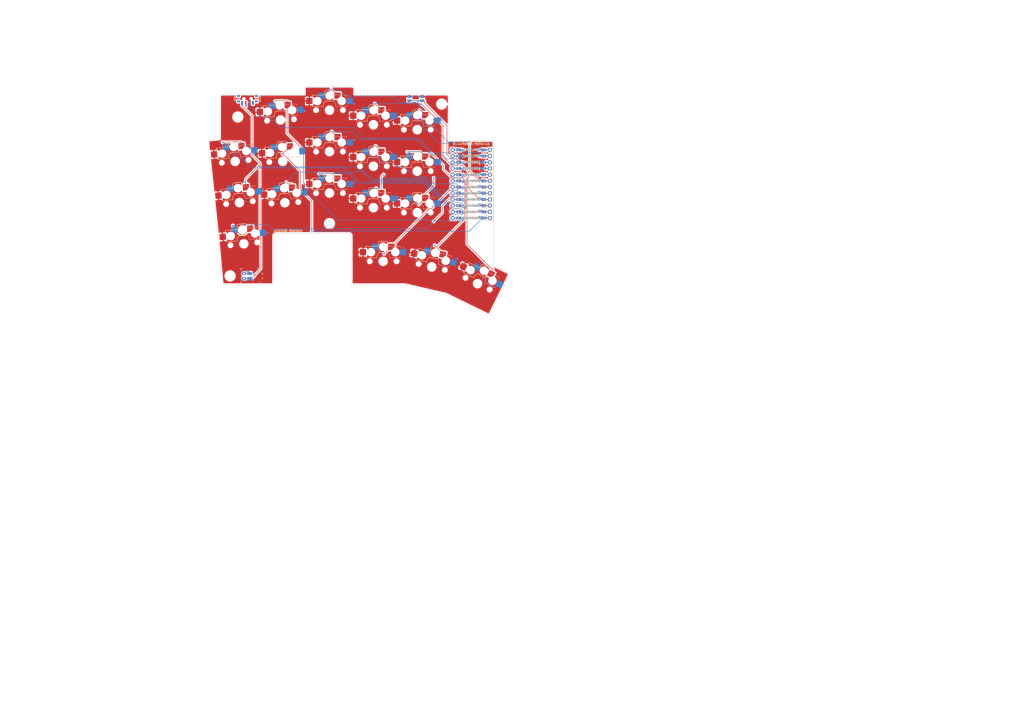
<source format=kicad_pcb>
(kicad_pcb (version 20240108) (generator "pcbnew") (generator_version "8.0")
  (title_block (title "left") (date "2024-11-26") (rev "v1.0.0") (company "Unknown"))
  (layers (0 "F.Cu" signal) (31 "B.Cu" signal) (34 "B.Paste" user) (35 "F.Paste" user) (36 "B.SilkS" user "B.Silkscreen") (37 "F.SilkS" user "F.Silkscreen") (38 "B.Mask" user) (39 "F.Mask" user) (44 "Edge.Cuts" user))
  (net 0 "")
  (net 1 "P18")
  (net 2 "GND")
  (net 3 "P15")
  (net 4 "P14")
  (net 5 "P16")
  (net 6 "P10")
  (net 7 "P9")
  (net 8 "P8")
  (net 9 "P7")
  (net 10 "P6")
  (net 11 "P5")
  (net 12 "P4")
  (net 13 "P3")
  (net 14 "P2")
  (net 15 "P0")
  (net 16 "P1")
  (net 17 "P19")
  (net 18 "P20")
  (net 19 "P21")
  (net 20 "RAW")
  (net 21 "RST")
  (net 22 "VCC")
  (net 23 "MCU1_24")
  (net 24 "MCU1_1")
  (net 25 "MCU1_23")
  (net 26 "MCU1_2")
  (net 27 "MCU1_22")
  (net 28 "MCU1_3")
  (net 29 "MCU1_21")
  (net 30 "MCU1_4")
  (net 31 "MCU1_20")
  (net 32 "MCU1_5")
  (net 33 "MCU1_19")
  (net 34 "MCU1_6")
  (net 35 "MCU1_18")
  (net 36 "MCU1_7")
  (net 37 "MCU1_17")
  (net 38 "MCU1_8")
  (net 39 "MCU1_16")
  (net 40 "MCU1_9")
  (net 41 "MCU1_15")
  (net 42 "MCU1_10")
  (net 43 "MCU1_14")
  (net 44 "MCU1_11")
  (net 45 "MCU1_13")
  (net 46 "MCU1_12")
  (net 47 "Braw")
  (net 48 "JST1_1")
  (net 49 "JST1_2")
  (footprint "ceoloide:reset_switch_smd_side" (layer "F.Cu") (at 170.4984 40.4343)
    (property "Reference" "RST1" (hide yes))
    (property "Value" "")
  )
  (footprint "ceoloide:mounting_hole_npth" (layer "F.Cu") (at 181.1484 42.6843)
    (property "Reference" "MH2" (hide yes))
    (property "Value" "")
  )
  (footprint "ceoloide:mounting_hole_npth" (layer "F.Cu") (at 97.5481 47.9713 6)
    (property "Reference" "MH1" (hide yes))
    (property "Value" "")
  )
  (footprint "ceoloide:mounting_hole_npth" (layer "F.Cu") (at 198.6293 101.5592 -26)
    (property "Reference" "MH5" (hide yes))
    (property "Value" "")
  )
  (footprint "ceoloide:mcu_nice_nano" (layer "F.Cu") (at 193.2984 74.1843)
    (property "Reference" "MCU1" (hide yes))
    (property "Value" "")
  )
  (footprint "ceoloide:mounting_hole_npth" (layer "F.Cu") (at 94.345 113.1632 6)
    (property "Reference" "MH3" (hide yes))
    (property "Value" "")
  )
  (footprint "ceoloide:battery_connector_jst_ph_2" (layer "F.Cu") (at 100.1484 113.1843 90)
    (property "Reference" "JST1" (hide yes))
    (property "Value" "")
  )
  (footprint "ceoloide:mounting_hole_npth" (layer "F.Cu") (at 135.1484 91.6843)
    (property "Reference" "MH4" (hide yes))
    (property "Value" "")
  )
  (footprint "ceoloide:power_switch_smd_side" (layer "F.Cu") (at 101.4984 40.4843 90)
    (property "Reference" "PWR1" (hide yes))
    (property "Value" "")
  )
  (footprint "ceoloide:switch_choc_v1_v2" (layer "B.Cu") (at 177.0819 109.478 -13)
    (property "Reference" "S17" (hide yes))
    (property "Value" "")
  )
  (footprint "ceoloide:switch_choc_v1_v2" (layer "B.Cu") (at 115.0513 49.195 3)
    (property "Reference" "S6" (hide yes))
    (property "Value" "")
  )
  (footprint "ceoloide:switch_choc_v1_v2" (layer "B.Cu") (at 153.1484 51.1843)
    (property "Reference" "S12" (hide yes))
    (property "Value" "")
  )
  (footprint "ceoloide:switch_choc_v1_v2" (layer "B.Cu") (at 153.1484 85.1843)
    (property "Reference" "S10" (hide yes))
    (property "Value" "")
  )
  (footprint "ceoloide:switch_choc_v1_v2" (layer "B.Cu") (at 157.1484 107.1843)
    (property "Reference" "S16" (hide yes))
    (property "Value" "")
  )
  (footprint "ceoloide:switch_choc_v1_v2" (layer "B.Cu") (at 171.1484 53.1843)
    (property "Reference" "S15" (hide yes))
    (property "Value" "")
  )
  (footprint "ceoloide:switch_choc_v1_v2" (layer "B.Cu") (at 116.8307 83.1484 3)
    (property "Reference" "S4" (hide yes))
    (property "Value" "")
  )
  (footprint "ceoloide:switch_choc_v1_v2" (layer "B.Cu") (at 171.1484 70.1843)
    (property "Reference" "S14" (hide yes))
    (property "Value" "")
  )
  (footprint "ceoloide:switch_choc_v1_v2" (layer "B.Cu") (at 115.941 66.1717 3)
    (property "Reference" "S5" (hide yes))
    (property "Value" "")
  )
  (footprint "ceoloide:switch_choc_v1_v2" (layer "B.Cu") (at 195.8681 116.3452 -26)
    (property "Reference" "S18" (hide yes))
    (property "Value" "")
  )
  (footprint "ceoloide:switch_choc_v1_v2" (layer "B.Cu") (at 135.1484 62.1843)
    (property "Reference" "S8" (hide yes))
    (property "Value" "")
  )
  (footprint "ceoloide:switch_choc_v1_v2" (layer "B.Cu") (at 98.223 83.0931 6)
    (property "Reference" "S2" (hide yes))
    (property "Value" "")
  )
  (footprint "ceoloide:switch_choc_v1_v2" (layer "B.Cu") (at 96.446 66.1863 6)
    (property "Reference" "S3" (hide yes))
    (property "Value" "")
  )
  (footprint "ceoloide:switch_choc_v1_v2" (layer "B.Cu") (at 153.1484 68.1843)
    (property "Reference" "S11" (hide yes))
    (property "Value" "")
  )
  (footprint "ceoloide:switch_choc_v1_v2" (layer "B.Cu") (at 171.1484 87.1843)
    (property "Reference" "S13" (hide yes))
    (property "Value" "")
  )
  (footprint "ceoloide:switch_choc_v1_v2" (layer "B.Cu") (at 100 100 6)
    (property "Reference" "S1" (hide yes))
    (property "Value" "")
  )
  (footprint "ceoloide:switch_choc_v1_v2" (layer "B.Cu") (at 135.1484 45.1843)
    (property "Reference" "S9" (hide yes))
    (property "Value" "")
  )
  (footprint "ceoloide:switch_choc_v1_v2" (layer "B.Cu") (at 135.1484 79.1843)
    (property "Reference" "S7" (hide yes))
    (property "Value" "")
  )
  (gr_circle (center 181.148367 42.684291) (end 182.948367 42.684291) (stroke (width 0.15)) (fill none) (layer "Edge.Cuts"))
  (gr_arc (start 144.398367 35.434291) (mid 145.105498 35.727172) (end 145.398367 36.434291) (stroke (width 0.15)) (layer "Edge.Cuts"))
  (gr_line (start 145.398367 38.684291) (end 183.148367 38.684291) (stroke (width 0.15)) (layer "Edge.Cuts"))
  (gr_line (start 144.148367 116.684291) (end 165.950302 116.684291) (stroke (width 0.15)) (layer "Edge.Cuts"))
  (gr_line (start 85.337559 58.555606) (end 89.736775 100.411349) (stroke (width 0.15)) (layer "Edge.Cuts"))
  (gr_line (start 91.114102 115.77359) (end 89.736775 100.411349) (stroke (width 0.15)) (layer "Edge.Cuts"))
  (gr_line (start 184.148367 57.684291) (end 202.448367 57.684291) (stroke (width 0.15)) (layer "Edge.Cuts"))
  (gr_line (start 143.148367 95.684291) (end 113.148367 95.684291) (stroke (width 0.15)) (layer "Edge.Cuts"))
  (gr_line (start 90.120809 57.047358) (end 90.146868 39.682791) (stroke (width 0.15)) (layer "Edge.Cuts"))
  (gr_line (start 145.398367 38.684291) (end 145.398367 36.434291) (stroke (width 0.15)) (layer "Edge.Cuts"))
  (gr_arc (start 201.129876 128.368705) (mid 200.556649 128.875824) (end 199.79271 128.829128) (stroke (width 0.15)) (layer "Edge.Cuts"))
  (gr_arc (start 183.148367 38.684291) (mid 183.855498 38.977172) (end 184.148367 39.684291) (stroke (width 0.15)) (layer "Edge.Cuts"))
  (gr_line (start 91.146867 38.684291) (end 124.898367 38.684291) (stroke (width 0.15)) (layer "Edge.Cuts"))
  (gr_line (start 202.448367 108.984941) (end 208.121762 111.752041) (stroke (width 0.15)) (layer "Edge.Cuts"))
  (gr_line (start 182.928945 120.60412) (end 199.79271 128.829128) (stroke (width 0.15)) (layer "Edge.Cuts"))
  (gr_line (start 90.120809 57.047358) (end 86.227552 57.456555) (stroke (width 0.15)) (layer "Edge.Cuts"))
  (gr_line (start 124.898367 36.434291) (end 124.898367 38.684291) (stroke (width 0.15)) (layer "Edge.Cuts"))
  (gr_line (start 201.129876 128.368705) (end 208.582185 113.089206) (stroke (width 0.15)) (layer "Edge.Cuts"))
  (gr_line (start 184.148367 39.684291) (end 184.148367 57.684291) (stroke (width 0.15)) (layer "Edge.Cuts"))
  (gr_arc (start 112.148367 96.684291) (mid 112.441261 95.977178) (end 113.148367 95.684291) (stroke (width 0.15)) (layer "Edge.Cuts"))
  (gr_line (start 202.448367 57.684291) (end 202.448367 108.984941) (stroke (width 0.15)) (layer "Edge.Cuts"))
  (gr_circle (center 94.344953 113.163223) (end 96.144953 113.163223) (stroke (width 0.15)) (fill none) (layer "Edge.Cuts"))
  (gr_arc (start 90.146868 39.68279) (mid 90.440292 38.976648) (end 91.146867 38.684291) (stroke (width 0.15)) (layer "Edge.Cuts"))
  (gr_arc (start 92.110107 116.684291) (mid 91.435309 116.422297) (end 91.114102 115.77359) (stroke (width 0.15)) (layer "Edge.Cuts"))
  (gr_line (start 166.175253 116.709921) (end 182.715525 120.528544) (stroke (width 0.15)) (layer "Edge.Cuts"))
  (gr_arc (start 85.337559 58.555606) (mid 85.554943 57.821766) (end 86.227552 57.456555) (stroke (width 0.15)) (layer "Edge.Cuts"))
  (gr_circle (center 135.148367 91.684291) (end 136.948367 91.684291) (stroke (width 0.15)) (fill none) (layer "Edge.Cuts"))
  (gr_line (start 112.148367 116.684291) (end 92.110107 116.684291) (stroke (width 0.15)) (layer "Edge.Cuts"))
  (gr_arc (start 143.148367 95.684291) (mid 143.855498 95.977172) (end 144.148367 96.684291) (stroke (width 0.15)) (layer "Edge.Cuts"))
  (gr_line (start 112.148367 96.684291) (end 112.148367 116.684291) (stroke (width 0.15)) (layer "Edge.Cuts"))
  (gr_arc (start 182.715525 120.528544) (mid 182.82438 120.560273) (end 182.928945 120.60412) (stroke (width 0.15)) (layer "Edge.Cuts"))
  (gr_line (start 144.398367 35.434291) (end 125.898367 35.434291) (stroke (width 0.15)) (layer "Edge.Cuts"))
  (gr_circle (center 97.548085 47.971276) (end 99.348085 47.971276) (stroke (width 0.15)) (fill none) (layer "Edge.Cuts"))
  (gr_arc (start 208.121762 111.752041) (mid 208.628892 112.325263) (end 208.582185 113.089206) (stroke (width 0.15)) (layer "Edge.Cuts"))
  (gr_line (start 144.148367 116.684291) (end 144.148367 96.684291) (stroke (width 0.15)) (layer "Edge.Cuts"))
  (gr_arc (start 124.898367 36.434291) (mid 125.191261 35.727178) (end 125.898367 35.434291) (stroke (width 0.15)) (layer "Edge.Cuts"))
  (gr_arc (start 165.950302 116.684291) (mid 166.063505 116.690719) (end 166.175253 116.709921) (stroke (width 0.15)) (layer "Edge.Cuts"))
  (gr_text "XX2030 Battery" (at 118.148367 94.684291 0) (layer "B.SilkS") (effects (font (size 1 1)) (justify mirror)))
  (gr_text "XX2030 Battery" (at 118.148367 94.684291 0) (layer "F.SilkS") (effects (font (size 1 1))))
  (segment (start 187.4016 80.5343) (end 185.254 80.5343) (width 0.2) (layer "F.Cu") (net 1))
  (segment (start 181.48 84.3083) (end 181.48 87.2484) (width 0.2) (layer "F.Cu") (net 1))
  (segment (start 98.531 96.1597) (end 95.526 93.1547) (width 0.2) (layer "F.Cu") (net 1))
  (segment (start 188.5234 79.2643) (end 189.898 79.2643) (width 0.25) (layer "F.Cu") (net 1))
  (segment (start 188.5232 79.4127) (end 187.4016 80.5343) (width 0.2) (layer "F.Cu") (net 1))
  (segment (start 188.5232 79.2643) (end 188.5234 79.2643) (width 0.25) (layer "F.Cu") (net 1))
  (segment (start 189.898 79.2643) (end 189.8984 79.2643) (width 0.2) (layer "F.Cu") (net 1))
  (segment (start 100.2157 96.1597) (end 98.531 96.1597) (width 0.2) (layer "F.Cu") (net 1))
  (segment (start 181.48 87.2484) (end 177.8964 90.832) (width 0.2) (layer "F.Cu") (net 1))
  (segment (start 102.6351 93.7403) (end 100.2157 96.1597) (width 0.2) (layer "F.Cu") (net 1))
  (segment (start 188.5232 79.2643) (end 188.5232 79.4127) (width 0.2) (layer "F.Cu") (net 1))
  (segment (start 95.526 93.1547) (end 95.526 92.4918) (width 0.2) (layer "F.Cu") (net 1))
  (segment (start 188.523 79.2643) (end 188.5232 79.2643) (width 0.25) (layer "F.Cu") (net 1))
  (segment (start 185.254 80.5343) (end 181.48 84.3083) (width 0.2) (layer "F.Cu") (net 1))
  (via (at 95.526 92.4918) (size 0.6) (drill 0.3) (layers "F.Cu" "B.Cu") (net 1))
  (via (at 177.8964 90.832) (size 0.6) (drill 0.3) (layers "F.Cu" "B.Cu") (net 1))
  (segment (start 111.6216 93.816) (end 109.7808 91.9752) (width 0.2) (layer "B.Cu") (net 1))
  (segment (start 95.526 92.4918) (end 95.7633 92.4918) (width 0.2) (layer "B.Cu") (net 1))
  (segment (start 174.9124 93.816) (end 111.6216 93.816) (width 0.2) (layer "B.Cu") (net 1))
  (segment (start 95.7633 92.4918) (end 95.936 92.6645) (width 0.2) (layer "B.Cu") (net 1))
  (segment (start 96.121 94.4249) (end 95.936 92.6645) (width 0.2) (layer "B.Cu") (net 1))
  (segment (start 96.6253 91.9752) (end 95.936 92.6645) (width 0.2) (layer "B.Cu") (net 1))
  (segment (start 109.7808 91.9752) (end 96.6253 91.9752) (width 0.2) (layer "B.Cu") (net 1))
  (segment (start 198.073 79.2643) (end 197.724 79.2643) (width 0.25) (layer "B.Cu") (net 1))
  (segment (start 196.398 78.5393) (end 195.893 79.0443) (width 0.25) (layer "B.Cu") (net 1))
  (segment (start 177.8964 90.832) (end 174.9124 93.816) (width 0.2) (layer "B.Cu") (net 1))
  (segment (start 195.893 79.0443) (end 190.1184 79.0443) (width 0.25) (layer "B.Cu") (net 1))
  (segment (start 190.1184 79.0443) (end 189.8984 79.2643) (width 0.2) (layer "B.Cu") (net 1))
  (segment (start 196.999 78.5393) (end 196.398 78.5393) (width 0.25) (layer "B.Cu") (net 1))
  (segment (start 190.1184 79.0443) (end 190.118 79.0443) (width 0.25) (layer "B.Cu") (net 1))
  (segment (start 198.073 79.2643) (end 198.0734 79.2643) (width 0.2) (layer "B.Cu") (net 1))
  (segment (start 197.724 79.2643) (end 196.999 78.5393) (width 0.25) (layer "B.Cu") (net 1))
  (segment (start 196.6984 69.1043) (end 196.698 69.1043) (width 0.25) (layer "F.Cu") (net 2))
  (segment (start 101.986051 111.205951) (end 102.9644 112.1843) (width 0.2) (layer "F.Cu") (net 2))
  (segment (start 190.074471 110.793584) (end 193.280887 114) (width 0.2) (layer "F.Cu") (net 2))
  (segment (start 193.280887 114) (end 198.06 114) (width 0.2) (layer "F.Cu") (net 2))
  (segment (start 188.5234 64.0243) (end 189.898 64.0243) (width 0.25) (layer "F.Cu") (net 2))
  (segment (start 198.073 69.1043) (end 196.6984 69.1043) (width 0.25) (layer "F.Cu") (net 2))
  (segment (start 190.074471 109.347201) (end 190.074471 110.793584) (width 0.2) (layer "F.Cu") (net 2))
  (segment (start 188.523 64.0243) (end 188.5234 64.0243) (width 0.25) (layer "F.Cu") (net 2))
  (segment (start 196.6984 66.5643) (end 196.698 66.5643) (width 0.25) (layer "F.Cu") (net 2))
  (segment (start 101.404834 111.205951) (end 101.986051 111.205951) (width 0.2) (layer "F.Cu") (net 2))
  (segment (start 198.073 66.5643) (end 196.6984 66.5643) (width 0.25) (layer "F.Cu") (net 2))
  (via (at 163.2318 80.7238) (size 0.6) (drill 0.3) (layers "F.Cu" "B.Cu") (net 2))
  (via (at 160.6193 62.6217) (size 0.6) (drill 0.3) (layers "F.Cu" "B.Cu") (net 2))
  (via (at 169.1545 39.7393) (size 0.6) (drill 0.3) (layers "F.Cu" "B.Cu") (net 2))
  (via (at 171.826 39.7393) (size 0.6) (drill 0.3) (layers "F.Cu" "B.Cu") (net 2))
  (via (at 181.2313 48.5387) (size 0.6) (drill 0.3) (layers "F.Cu" "B.Cu") (net 2))
  (via (at 104.2837 63.5372) (size 0.6) (drill 0.3) (layers "F.Cu" "B.Cu") (net 2))
  (via (at 101.404834 111.205951) (size 0.6) (drill 0.3) (layers "F.Cu" "B.Cu") (net 2))
  (via (at 145.2252 42.6244) (size 0.6) (drill 0.3) (layers "F.Cu" "B.Cu") (net 2))
  (via (at 160.4515 49.2381) (size 0.6) (drill 0.3) (layers "F.Cu" "B.Cu") (net 2))
  (via (at 181.245 66.0778) (size 0.6) (drill 0.3) (layers "F.Cu" "B.Cu") (net 2))
  (via (at 196.038 63.3893) (size 0.6) (drill 0.3) (layers "F.Cu" "B.Cu") (net 2))
  (via (at 108.0061 77.3983) (size 0.6) (drill 0.3) (layers "F.Cu" "B.Cu") (net 2))
  (via (at 181.2372 83.6464) (size 0.6) (drill 0.3) (layers "F.Cu" "B.Cu") (net 2))
  (via (at 125.0082 45.5811) (size 0.6) (drill 0.3) (layers "F.Cu" "B.Cu") (net 2))
  (via (at 145.2267 57.3223) (size 0.6) (drill 0.3) (layers "F.Cu" "B.Cu") (net 2))
  (via (at 188.9353 65.4359) (size 0.6) (drill 0.3) (layers "F.Cu" "B.Cu") (net 2))
  (via (at 198.06 114) (size 0.6) (drill 0.3) (layers "F.Cu" "B.Cu") (net 2))
  (via (at 145.2492 74.8941) (size 0.6) (drill 0.3) (layers "F.Cu" "B.Cu") (net 2))
  (via (at 124.8981 77.0887) (size 0.6) (drill 0.3) (layers "F.Cu" "B.Cu") (net 2))
  (via (at 187.6508 106.0861) (size 0.6) (drill 0.3) (layers "F.Cu" "B.Cu") (net 2))
  (via (at 165.4234 101.6263) (size 0.6) (drill 0.3) (layers "F.Cu" "B.Cu") (net 2))
  (via (at 109.7951 95.3588) (size 0.6) (drill 0.3) (layers "F.Cu" "B.Cu") (net 2))
  (via (at 190.5037 69.7744) (size 0.6) (drill 0.3) (layers "F.Cu" "B.Cu") (net 2))
  (via (at 103.7402 114.9601) (size 0.6) (drill 0.3) (layers "F.Cu" "B.Cu") (net 2))
  (via (at 124.0084 60.1109) (size 0.6) (drill 0.3) (layers "F.Cu" "B.Cu") (net 2))
  (segment (start 123.9202 60.3104) (end 123.9203 60.3104) (width 0.2) (layer "B.Cu") (net 2))
  (segment (start 104.2837 63.5372) (end 104.4686 63.3523) (width 0.2) (layer "B.Cu") (net 2))
  (segment (start 190.694 66.7943) (end 196.468 66.7943) (width 0.25) (layer "B.Cu") (net 2))
  (segment (start 189.598 69.8293) (end 190.199 69.8293) (width 0.25) (layer "B.Cu") (net 2))
  (segment (start 187.6508 106.0861) (end 187.5102 106.0861) (width 0.2) (layer "B.Cu") (net 2))
  (segment (start 160.6536 49.036) (end 160.4515 49.2381) (width 0.2) (layer "B.Cu") (net 2))
  (segment (start 124.0084 60.2223) (end 124.0084 60.1109) (width 0.2) (layer "B.Cu") (net 2))
  (segment (start 109.7951 95.3588) (end 109.7363 95.3588) (width 0.2) (layer "B.Cu") (net 2))
  (segment (start 143.4234 41.4343) (end 145.0251 41.4343) (width 0.2) (layer "B.Cu") (net 2))
  (segment (start 104.4686 63.3523) (end 104.4687 63.3523) (width 0.2) (layer "B.Cu") (net 2))
  (segment (start 171.8917 39.7393) (end 172.0467 39.5843) (width 0.2) (layer "B.Cu") (net 2))
  (segment (start 181.245 66.0778) (end 181.0251 66.2977) (width 0.2) (layer "B.Cu") (net 2))
  (segment (start 145.2267 57.3223) (end 145.0251 57.5239) (width 0.2) (layer "B.Cu") (net 2))
  (segment (start 198.06 114) (end 201.63445 117.57445) (width 0.2) (layer "B.Cu") (net 2))
  (segment (start 109.5982 95.2207) (end 109.5982 95.2206) (width 0.2) (layer "B.Cu") (net 2))
  (segment (start 190.3788 69.6495) (end 190.694 69.3343) (width 0.25) (layer "B.Cu") (net 2))
  (segment (start 198.073 64.0243) (end 197.724 64.0243) (width 0.25) (layer "B.Cu") (net 2))
  (segment (start 179.4234 66.4343) (end 181.0251 66.4343) (width 0.2) (layer "B.Cu") (net 2))
  (segment (start 181.0251 66.2977) (end 181.0251 66.4343) (width 0.2) (layer "B.Cu") (net 2))
  (segment (start 196.038 63.3893) (end 196.173 63.5243) (width 0.2) (layer "B.Cu") (net 2))
  (segment (start 104.2837 61.5919) (end 104.4687 63.3523) (width 0.2) (layer "B.Cu") (net 2))
  (segment (start 188.5234 66.645593) (end 187.454693 67.7143) (width 0.2) (layer "B.Cu") (net 2))
  (segment (start 190.199 67.2893) (end 190.694 66.7943) (width 0.25) (layer "B.Cu") (net 2))
  (segment (start 102.9644 114.1843) (end 103.5161 114.1843) (width 0.2) (layer "B.Cu") (net 2))
  (segment (start 98.9734 114.557092) (end 98.9734 111.811508) (width 0.2) (layer "B.Cu") (net 2))
  (segment (start 167.8734 39.5843) (end 168.9501 39.5843) (width 0.2) (layer "B.Cu") (net 2))
  (segment (start 196.999 63.2993) (end 196.398 63.2993) (width 0.25) (layer "B.Cu") (net 2))
  (segment (start 165.4234 103.4343) (end 165.4234 101.6263) (width 0.2) (layer "B.Cu") (net 2))
  (segment (start 169.1051 39.7393) (end 168.9501 39.5843) (width 0.2) (layer "B.Cu") (net 2))
  (segment (start 188.5234 65.6376) (end 188.7336 65.6376) (width 0.2) (layer "B.Cu") (net 2))
  (segment (start 123.9203 60.3104) (end 124.0084 60.2223) (width 0.2) (layer "B.Cu") (net 2))
  (segment (start 124.8981 77.0887) (end 124.8981 77.199) (width 0.2) (layer "B.Cu") (net 2))
  (segment (start 185.9884 107.6856) (end 186.432 105.7647) (width 0.2) (layer "B.Cu") (net 2))
  (segment (start 145.2252 42.6244) (end 145.0251 42.4243) (width 0.2) (layer "B.Cu") (net 2))
  (segment (start 188.873 69.1043) (end 189.598 69.8293) (width 0.25) (layer "B.Cu") (net 2))
  (segment (start 187.5102 106.0861) (end 187.1888 105.7647) (width 0.2) (layer "B.Cu") (net 2))
  (segment (start 124.8021 45.375) (end 124.8021 44.9289) (width 0.2) (layer "B.Cu") (net 2))
  (segment (start 163.2318 80.7238) (end 163.0251 80.9305) (width 0.2) (layer "B.Cu") (net 2))
  (segment (start 182.8815 67.7143) (end 181.245 66.0778) (width 0.2) (layer "B.Cu") (net 2))
  (segment (start 171.826 39.7393) (end 171.8917 39.7393) (width 0.2) (layer "B.Cu") (net 2))
  (segment (start 125.0082 45.5811) (end 124.8021 45.375) (width 0.2) (layer "B.Cu") (net 2))
  (segment (start 188.5234 69.1043) (end 188.873 69.1043) (width 0.25) (layer "B.Cu") (net 2))
  (segment (start 102.0644 115.0843) (end 99.500608 115.0843) (width 0.2) (layer "B.Cu") (net 2))
  (segment (start 107.8377 95.4056) (end 109.5982 95.2206) (width 0.2) (layer "B.Cu") (net 2))
  (segment (start 103.7402 114.9601) (end 103.5161 114.736) (width 0.2) (layer "B.Cu") (net 2))
  (segment (start 107.8212 77.5832) (end 107.8212 78.3137) (width 0.2) (layer "B.Cu") (net 2))
  (segment (start 163.0251 80.9305) (end 163.0251 81.4343) (width 0.2) (layer "B.Cu") (net 2))
  (segment (start 188.7336 65.6376) (end 188.9353 65.4359) (width 0.2) (layer "B.Cu") (net 2))
  (segment (start 187.454693 67.7143) (end 182.8815 67.7143) (width 0.2) (layer "B.Cu") (net 2))
  (segment (start 161.4234 81.4343) (end 163.0251 81.4343) (width 0.2) (layer "B.Cu") (net 2))
  (segment (start 99.500608 115.0843) (end 98.9734 114.557092) (width 0.2) (layer "B.Cu") (net 2))
  (segment (start 124.8981 77.199) (end 124.81 77.2871) (width 0.2) (layer "B.Cu") (net 2))
  (segment (start 190.5037 69.7744) (end 190.3788 69.6495) (width 0.2) (layer "B.Cu") (net 2))
  (segment (start 98.9734 111.811508) (end 99.578957 111.205951) (width 0.2) (layer "B.Cu") (net 2))
  (segment (start 108.0061 77.3983) (end 107.8212 77.5832) (width 0.2) (layer "B.Cu") (net 2))
  (segment (start 195.893 63.8043) (end 190.118 63.8043) (width 0.25) (layer "B.Cu") (net 2))
  (segment (start 203.977307 117.57445) (end 204.949513 116.602244) (width 0.2) (layer "B.Cu") (net 2))
  (segment (start 123.1187 45.0171) (end 124.8021 44.9289) (width 0.2) (layer "B.Cu") (net 2))
  (segment (start 106.0607 78.4987) (end 107.8212 78.3137) (width 0.2) (layer "B.Cu") (net 2))
  (segment (start 145.0251 75.1182) (end 145.0251 75.4343) (width 0.2) (layer "B.Cu") (net 2))
  (segment (start 179.4234 83.4343) (end 181.0251 83.4343) (width 0.2) (layer "B.Cu") (net 2))
  (segment (start 181.0251 48.7449) (end 181.0251 49.4343) (width 0.2) (layer "B.Cu") (net 2))
  (segment (start 161.4234 47.4343) (end 161.4234 49.036) (width 0.2) (layer "B.Cu") (net 2))
  (segment (start 124.8981 78.9705) (end 124.8099 77.2871) (width 0.2) (layer "B.Cu") (net 2))
  (segment (start 188.5234 65.6376) (end 188.5234 66.645593) (width 0.2) (layer "B.Cu") (net 2))
  (segment (start 143.4234 58.4343) (end 145.0251 58.4343) (width 0.2) (layer "B.Cu") (net 2))
  (segment (start 197.724 64.0243) (end 196.999 63.2993) (width 0.25) (layer "B.Cu") (net 2))
  (segment (start 190.199 69.8293) (end 190.3788 69.6495) (width 0.25) (layer "B.Cu") (net 2))
  (segment (start 196.398 63.2993) (end 196.173 63.5243) (width 0.25) (layer "B.Cu") (net 2))
  (segment (start 188.5234 66.5643) (end 188.873 66.5643) (width 0.25) (layer "B.Cu") (net 2))
  (segment (start 188.873 66.5643) (end 189.598 67.2893) (width 0.25) (layer "B.Cu") (net 2))
  (segment (start 143.4234 75.4343) (end 145.0251 75.4343) (width 0.2) (layer "B.Cu") (net 2))
  (segment (start 102.9644 114.1843) (end 102.0644 115.0843) (width 0.2) (layer "B.Cu") (net 2))
  (segment (start 181.0251 83.4343) (end 181.2372 83.6464) (width 0.2) (layer "B.Cu") (net 2))
  (segment (start 103.5161 114.736) (end 103.5161 114.1843) (width 0.2) (layer "B.Cu") (net 2))
  (segment (start 196.173 63.5243) (end 195.893 63.8043) (width 0.25) (layer "B.Cu") (net 2))
  (segment (start 201.63445 117.57445) (end 203.977307 117.57445) (width 0.2) (layer "B.Cu") (net 2))
  (segment (start 188.523 66.5643) (end 188.5234 66.5643) (width 0.25) (layer "B.Cu") (net 2))
  (segment (start 161.4234 62.8326) (end 160.8302 62.8326) (width 0.2) (layer "B.Cu") (net 2))
  (segment (start 187.1888 105.7647) (end 186.432 105.7647) (width 0.2) (layer "B.Cu") (net 2))
  (segment (start 190.694 69.3343) (end 196.468 69.3343) (width 0.25) (layer "B.Cu") (net 2))
  (segment (start 124.81 77.2871) (end 124.8099 77.2871) (width 0.2) (layer "B.Cu") (net 2))
  (segment (start 160.8302 62.8326) (end 160.6193 62.6217) (width 0.2) (layer "B.Cu") (net 2))
  (segment (start 145.2492 74.8941) (end 145.0251 75.1182) (width 0.2) (layer "B.Cu") (net 2))
  (segment (start 109.7363 95.3588) (end 109.5982 95.2207) (width 0.2) (layer "B.Cu") (net 2))
  (segment (start 198.0734 64.0243) (end 198.073 64.0243) (width 0.2) (layer "B.Cu") (net 2))
  (segment (start 145.0251 42.4243) (end 145.0251 41.4343) (width 0.2) (layer "B.Cu") (net 2))
  (segment (start 99.578957 111.205951) (end 101.404834 111.205951) (width 0.2) (layer "B.Cu") (net 2))
  (segment (start 188.5234 66.5643) (end 188.5234 65.6376) (width 0.2) (layer "B.Cu") (net 2))
  (segment (start 145.0251 57.5239) (end 145.0251 58.4343) (width 0.2) (layer "B.Cu") (net 2))
  (segment (start 179.4234 49.4343) (end 181.0251 49.4343) (width 0.2) (layer "B.Cu") (net 2))
  (segment (start 173.1234 39.5843) (end 172.0467 39.5843) (width 0.2) (layer "B.Cu") (net 2))
  (segment (start 161.4234 49.036) (end 160.6536 49.036) (width 0.2) (layer "B.Cu") (net 2))
  (segment (start 181.2313 48.5387) (end 181.0251 48.7449) (width 0.2) (layer "B.Cu") (net 2))
  (segment (start 161.4234 64.4343) (end 161.4234 62.8326) (width 0.2) (layer "B.Cu") (net 2))
  (segment (start 169.1545 39.7393) (end 169.1051 39.7393) (width 0.2) (layer "B.Cu") (net 2))
  (segment (start 189.598 67.2893) (end 190.199 67.2893) (width 0.25) (layer "B.Cu") (net 2))
  (segment (start 124.0084 61.9938) (end 123.9202 60.3104) (width 0.2) (layer "B.Cu") (net 2))
  (segment (start 188.523 69.1043) (end 188.5234 69.1043) (width 0.25) (layer "B.Cu") (net 2))
  (segment (start 100.6731 74.6607) (end 100.6731 73.4673) (width 0.2) (layer "F.Cu") (net 3))
  (segment (start 100.8581 76.8334) (end 100.6731 75.0729) (width 0.2) (layer "F.Cu") (net 3))
  (segment (start 100.6731 73.4673) (end 106.1766 67.9638) (width 0.2) (layer "F.Cu") (net 3))
  (segment (start 189.898 81.8043) (end 189.8984 81.8043) (width 0.2) (layer "F.Cu") (net 3))
  (segment (start 188.5234 81.8043) (end 189.898 81.8043) (width 0.25) (layer "F.Cu") (net 3))
  (segment (start 100.6731 75.0729) (end 100.6731 74.6607) (width 0.2) (layer "F.Cu") (net 3))
  (segment (start 188.523 81.8043) (end 188.5234 81.8043) (width 0.25) (layer "F.Cu") (net 3))
  (via (at 106.1766 67.9638) (size 0.6) (drill 0.3) (layers "F.Cu" "B.Cu") (net 3))
  (via (at 100.6731 74.6607) (size 0.6) (drill 0.3) (layers "F.Cu" "B.Cu") (net 3))
  (segment (start 189.1328 80.5991) (end 190.118 81.5843) (width 0.2) (layer "B.Cu") (net 3))
  (segment (start 198.073 81.8043) (end 197.724 81.8043) (width 0.25) (layer "B.Cu") (net 3))
  (segment (start 106.64 68.4272) (end 145.7676 68.4272) (width 0.2) (layer "B.Cu") (net 3))
  (segment (start 182.9401 79.5276) (end 184.0116 80.5991) (width 0.2) (layer "B.Cu") (net 3))
  (segment (start 196.999 81.0793) (end 196.398 81.0793) (width 0.25) (layer "B.Cu") (net 3))
  (segment (start 190.1184 81.5843) (end 189.8984 81.8043) (width 0.2) (layer "B.Cu") (net 3))
  (segment (start 195.893 81.5843) (end 190.1184 81.5843) (width 0.25) (layer "B.Cu") (net 3))
  (segment (start 197.724 81.8043) (end 196.999 81.0793) (width 0.25) (layer "B.Cu") (net 3))
  (segment (start 148.6969 69.686) (end 152.5339 73.523) (width 0.2) (layer "B.Cu") (net 3))
  (segment (start 152.5339 73.523) (end 174.1326 73.523) (width 0.2) (layer "B.Cu") (net 3))
  (segment (start 145.7676 68.4272) (end 147.0264 69.686) (width 0.2) (layer "B.Cu") (net 3))
  (segment (start 147.0264 69.686) (end 148.6969 69.686) (width 0.2) (layer "B.Cu") (net 3))
  (segment (start 106.1766 67.9638) (end 106.64 68.4272) (width 0.2) (layer "B.Cu") (net 3))
  (segment (start 174.1326 73.523) (end 180.1372 79.5276) (width 0.2) (layer "B.Cu") (net 3))
  (segment (start 190.1184 81.5843) (end 190.118 81.5843) (width 0.25) (layer "B.Cu") (net 3))
  (segment (start 94.344 77.518) (end 97.2013 74.6607) (width 0.2) (layer "B.Cu") (net 3))
  (segment (start 198.073 81.8043) (end 198.0734 81.8043) (width 0.2) (layer "B.Cu") (net 3))
  (segment (start 196.398 81.0793) (end 195.893 81.5843) (width 0.25) (layer "B.Cu") (net 3))
  (segment (start 180.1372 79.5276) (end 182.9401 79.5276) (width 0.2) (layer "B.Cu") (net 3))
  (segment (start 97.2013 74.6607) (end 100.6731 74.6607) (width 0.2) (layer "B.Cu") (net 3))
  (segment (start 184.0116 80.5991) (end 189.1328 80.5991) (width 0.2) (layer "B.Cu") (net 3))
  (segment (start 91.4187 58.2172) (end 91.2736 58.3623) (width 0.2) (layer "F.Cu") (net 4))
  (segment (start 188.523 84.3443) (end 188.5234 84.3443) (width 0.25) (layer "F.Cu") (net 4))
  (segment (start 98.8961 58.1661) (end 97.6556 58.1661) (width 0.2) (layer "F.Cu") (net 4))
  (segment (start 188.5234 84.3443) (end 189.898 84.3443) (width 0.25) (layer "F.Cu") (net 4))
  (segment (start 189.898 84.3443) (end 189.8984 84.3443) (width 0.2) (layer "F.Cu") (net 4))
  (segment (start 97.6045 58.2172) (end 91.4187 58.2172) (width 0.2) (layer "F.Cu") (net 4))
  (segment (start 99.0811 59.9266) (end 98.8961 58.1661) (width 0.2) (layer "F.Cu") (net 4))
  (segment (start 97.6556 58.1661) (end 97.6045 58.2172) (width 0.2) (layer "F.Cu") (net 4))
  (via (at 91.2736 58.3623) (size 0.6) (drill 0.3) (layers "F.Cu" "B.Cu") (net 4))
  (segment (start 92.567 60.6112) (end 92.382 58.8508) (width 0.2) (layer "B.Cu") (net 4))
  (segment (start 91.7621 58.8508) (end 91.2736 58.3623) (width 0.2) (layer "B.Cu") (net 4))
  (segment (start 148.7563 70.5488) (end 152.3321 74.1246) (width 0.2) (layer "B.Cu") (net 4))
  (segment (start 173.9539 74.1246) (end 179.7586 79.9293) (width 0.2) (layer "B.Cu") (net 4))
  (segment (start 197.724 84.3443) (end 196.999 83.6193) (width 0.25) (layer "B.Cu") (net 4))
  (segment (start 179.7586 79.9293) (end 180.5433 79.9293) (width 0.2) (layer "B.Cu") (net 4))
  (segment (start 196.999 83.6193) (end 196.398 83.6193) (width 0.25) (layer "B.Cu") (net 4))
  (segment (start 97.4105 63.2691) (end 103.0288 68.8874) (width 0.2) (layer "B.Cu") (net 4))
  (segment (start 198.073 84.3443) (end 197.724 84.3443) (width 0.25) (layer "B.Cu") (net 4))
  (segment (start 183.6883 83.0743) (end 189.0682 83.0743) (width 0.2) (layer "B.Cu") (net 4))
  (segment (start 196.398 83.6193) (end 195.893 84.1243) (width 0.25) (layer "B.Cu") (net 4))
  (segment (start 92.382 58.8508) (end 91.7621 58.8508) (width 0.2) (layer "B.Cu") (net 4))
  (segment (start 95.2249 63.2691) (end 97.4105 63.2691) (width 0.2) (layer "B.Cu") (net 4))
  (segment (start 142.0802 68.8874) (end 143.7416 70.5488) (width 0.2) (layer "B.Cu") (net 4))
  (segment (start 103.0288 68.8874) (end 142.0802 68.8874) (width 0.2) (layer "B.Cu") (net 4))
  (segment (start 143.7416 70.5488) (end 148.7563 70.5488) (width 0.2) (layer "B.Cu") (net 4))
  (segment (start 195.893 84.1243) (end 190.1184 84.1243) (width 0.25) (layer "B.Cu") (net 4))
  (segment (start 198.073 84.3443) (end 198.0734 84.3443) (width 0.2) (layer "B.Cu") (net 4))
  (segment (start 189.0682 83.0743) (end 190.1182 84.1243) (width 0.2) (layer "B.Cu") (net 4))
  (segment (start 190.1184 84.1243) (end 189.8984 84.3443) (width 0.2) (layer "B.Cu") (net 4))
  (segment (start 92.567 60.6112) (end 95.2249 63.2691) (width 0.2) (layer "B.Cu") (net 4))
  (segment (start 190.1182 84.1243) (end 190.118 84.1243) (width 0.25) (layer "B.Cu") (net 4))
  (segment (start 190.1184 84.1243) (end 190.1182 84.1243) (width 0.25) (layer "B.Cu") (net 4))
  (segment (start 152.3321 74.1246) (end 173.9539 74.1246) (width 0.2) (layer "B.Cu") (net 4))
  (segment (start 180.5433 79.9293) (end 183.6883 83.0743) (width 0.2) (layer "B.Cu") (net 4))
  (segment (start 188.523 86.8843) (end 188.5234 86.8843) (width 0.25) (layer "F.Cu") (net 5))
  (segment (start 189.898 86.8843) (end 189.8984 86.8843) (width 0.2) (layer "F.Cu") (net 5))
  (segment (start 119.7898 77.0352) (end 119.7016 75.3518) (width 0.2) (layer "F.Cu") (net 5))
  (segment (start 119.7016 75.3518) (end 118.1064 75.3518) (width 0.2) (layer "F.Cu") (net 5))
  (segment (start 118.1064 75.3518) (end 117.4595 74.7049) (width 0.2) (layer "F.Cu") (net 5))
  (segment (start 188.5234 86.8843) (end 189.898 86.8843) (width 0.25) (layer "F.Cu") (net 5))
  (via (at 117.4595 74.7049) (size 0.6) (drill 0.3) (layers "F.Cu" "B.Cu") (net 5))
  (segment (start 189.0682 85.6143) (end 190.1182 86.6643) (width 0.2) (layer "B.Cu") (net 5))
  (segment (start 180.0091 80.331) (end 185.2924 85.6143) (width 0.2) (layer "B.Cu") (net 5))
  (segment (start 147.4318 74.6612) (end 173.8518 74.6612) (width 0.2) (layer "B.Cu") (net 5))
  (segment (start 142.7927 70.5901) (end 143.1944 70.9918) (width 0.2) (layer "B.Cu") (net 5))
  (segment (start 179.5216 80.331) (end 180.0091 80.331) (width 0.2) (layer "B.Cu") (net 5))
  (segment (start 121.5743 70.5901) (end 142.7927 70.5901) (width 0.2) (layer "B.Cu") (net 5))
  (segment (start 173.8518 74.6612) (end 179.5216 80.331) (width 0.2) (layer "B.Cu") (net 5))
  (segment (start 117.4595 74.7049) (end 121.5743 70.5901) (width 0.2) (layer "B.Cu") (net 5))
  (segment (start 143.7624 70.9918) (end 147.4318 74.6612) (width 0.2) (layer "B.Cu") (net 5))
  (segment (start 143.1944 70.9918) (end 143.7624 70.9918) (width 0.2) (layer "B.Cu") (net 5))
  (segment (start 198.073 86.8843) (end 198.0734 86.8843) (width 0.2) (layer "B.Cu") (net 5))
  (segment (start 115.9219 74.7049) (end 117.4595 74.7049) (width 0.2) (layer "B.Cu") (net 5))
  (segment (start 198.073 86.8843) (end 197.724 86.8843) (width 0.25) (layer "B.Cu") (net 5))
  (segment (start 190.1184 86.6643) (end 189.8984 86.8843) (width 0.2) (layer "B.Cu") (net 5))
  (segment (start 196.398 86.1593) (end 195.893 86.6643) (width 0.25) (layer "B.Cu") (net 5))
  (segment (start 190.1182 86.6643) (end 190.118 86.6643) (width 0.25) (layer "B.Cu") (net 5))
  (segment (start 196.999 86.1593) (end 196.398 86.1593) (width 0.25) (layer "B.Cu") (net 5))
  (segment (start 190.1184 86.6643) (end 190.1182 86.6643) (width 0.25) (layer "B.Cu") (net 5))
  (segment (start 195.893 86.6643) (end 190.1184 86.6643) (width 0.25) (layer "B.Cu") (net 5))
  (segment (start 185.2924 85.6143) (end 189.0682 85.6143) (width 0.2) (layer "B.Cu") (net 5))
  (segment (start 197.724 86.8843) (end 196.999 86.1593) (width 0.25) (layer "B.Cu") (net 5))
  (segment (start 113.2488 77.378) (end 115.9219 74.7049) (width 0.2) (layer "B.Cu") (net 5))
  (segment (start 188.523 89.4243) (end 188.5234 89.4243) (width 0.25) (layer "F.Cu") (net 6))
  (segment (start 115.9966 62.962) (end 115.7968 63.1618) (width 0.2) (layer "F.Cu") (net 6))
  (segment (start 127.8858 82.4985) (end 123.168 77.7807) (width 0.2) (layer "F.Cu") (net 6))
  (segment (start 123.168 77.7807) (end 123.168 70.1334) (width 0.2) (layer "F.Cu") (net 6))
  (segment (start 188.5234 89.4243) (end 189.898 89.4243) (width 0.25) (layer "F.Cu") (net 6))
  (segment (start 127.8858 94.7951) (end 127.8858 82.4985) (width 0.2) (layer "F.Cu") (net 6))
  (segment (start 189.898 89.4243) (end 189.8984 89.4243) (width 0.2) (layer "F.Cu") (net 6))
  (segment (start 118.9001 60.0585) (end 115.9966 62.962) (width 0.2) (layer "F.Cu") (net 6))
  (segment (start 123.168 70.1334) (end 115.9966 62.962) (width 0.2) (layer "F.Cu") (net 6))
  (via (at 127.8858 94.7951) (size 0.6) (drill 0.3) (layers "F.Cu" "B.Cu") (net 6))
  (via (at 115.7968 63.1618) (size 0.6) (drill 0.3) (layers "F.Cu" "B.Cu") (net 6))
  (segment (start 197.8985 89.4243) (end 192.5277 94.7951) (width 0.2) (layer "B.Cu") (net 6))
  (segment (start 192.5277 94.7951) (end 127.8858 94.7951) (width 0.2) (layer "B.Cu") (net 6))
  (segment (start 198.073 89.4243) (end 198.0734 89.4243) (width 0.2) (layer "B.Cu") (net 6))
  (segment (start 195.893 89.2043) (end 190.1184 89.2043) (width 0.25) (layer "B.Cu") (net 6))
  (segment (start 198.073 89.4243) (end 197.8985 89.4243) (width 0.25) (layer "B.Cu") (net 6))
  (segment (start 197.8985 89.4243) (end 197.724 89.4243) (width 0.25) (layer "B.Cu") (net 6))
  (segment (start 197.724 89.4243) (end 196.999 88.6993) (width 0.25) (layer "B.Cu") (net 6))
  (segment (start 196.398 88.6993) (end 195.893 89.2043) (width 0.25) (layer "B.Cu") (net 6))
  (segment (start 190.1184 89.2043) (end 190.118 89.2043) (width 0.25) (layer "B.Cu") (net 6))
  (segment (start 115.1196 63.1618) (end 115.7968 63.1618) (width 0.2) (layer "B.Cu") (net 6))
  (segment (start 112.3591 60.4013) (end 115.1196 63.1618) (width 0.2) (layer "B.Cu") (net 6))
  (segment (start 190.1184 89.2043) (end 189.8984 89.4243) (width 0.2) (layer "B.Cu") (net 6))
  (segment (start 196.999 88.6993) (end 196.398 88.6993) (width 0.25) (layer "B.Cu") (net 6))
  (segment (start 117.735 43.3572) (end 118.0104 43.0818) (width 0.2) (layer "F.Cu") (net 7))
  (segment (start 198.073 89.4243) (end 198.0734 89.4243) (width 0.2) (layer "F.Cu") (net 7))
  (segment (start 117.9222 41.3984) (end 116.327 41.3984) (width 0.2) (layer "F.Cu") (net 7))
  (segment (start 196.6984 89.4243) (end 196.698 89.4243) (width 0.25) (layer "F.Cu") (net 7))
  (segment (start 118.0104 43.0818) (end 117.9222 41.3984) (width 0.2) (layer "F.Cu") (net 7))
  (segment (start 198.073 89.4243) (end 196.6984 89.4243) (width 0.25) (layer "F.Cu") (net 7))
  (segment (start 124.5233 74.8621) (end 124.5233 61.4777) (width 0.2) (layer "F.Cu") (net 7))
  (segment (start 116.1301 41.2015) (end 113.1439 41.2015) (width 0.2) (layer "F.Cu") (net 7))
  (segment (start 116.327 41.3984) (end 116.1301 41.2015) (width 0.2) (layer "F.Cu") (net 7))
  (segment (start 124.5233 61.4777) (end 117.735 54.6894) (width 0.2) (layer "F.Cu") (net 7))
  (segment (start 113.1439 41.2015) (end 112.7911 41.5543) (width 0.2) (layer "F.Cu") (net 7))
  (segment (start 117.735 54.6894) (end 117.735 43.3572) (width 0.2) (layer "F.Cu") (net 7))
  (via (at 124.5233 74.8621) (size 0.6) (drill 0.3) (layers "F.Cu" "B.Cu") (net 7))
  (via (at 112.7911 41.5543) (size 0.6) (drill 0.3) (layers "F.Cu" "B.Cu") (net 7))
  (segment (start 126.7983 77.1371) (end 124.5233 74.8621) (width 0.2) (layer "B.Cu") (net 7))
  (segment (start 189.5983 90.1493) (end 189.1648 90.5828) (width 0.2) (layer "B.Cu") (net 7))
  (segment (start 138.4887 90.2303) (end 126.7983 78.5399) (width 0.2) (layer "B.Cu") (net 7))
  (segment (start 188.5234 89.4243) (end 188.873 89.4243) (width 0.25) (layer "B.Cu") (net 7))
  (segment (start 188.873 89.4243) (end 189.598 90.1493) (width 0.25) (layer "B.Cu") (net 7))
  (segment (start 112.6042 41.7412) (end 111.3812 41.7412) (width 0.2) (layer "B.Cu") (net 7))
  (segment (start 189.1648 90.5828) (end 178.4981 90.5828) (width 0.2) (layer "B.Cu") (net 7))
  (segment (start 178.1456 90.2303) (end 138.4887 90.2303) (width 0.2) (layer "B.Cu") (net 7))
  (segment (start 111.4694 43.4246) (end 111.3812 41.7412) (width 0.2) (layer "B.Cu") (net 7))
  (segment (start 112.7911 41.5543) (end 112.6042 41.7412) (width 0.2) (layer "B.Cu") (net 7))
  (segment (start 190.694 89.6543) (end 196.468 89.6543) (width 0.25) (layer "B.Cu") (net 7))
  (segment (start 178.4981 90.5828) (end 178.1456 90.2303) (width 0.2) (layer "B.Cu") (net 7))
  (segment (start 188.523 89.4243) (end 188.5234 89.4243) (width 0.25) (layer "B.Cu") (net 7))
  (segment (start 196.468 89.6543) (end 196.4684 89.6543) (width 0.2) (layer "B.Cu") (net 7))
  (segment (start 189.598 90.1493) (end 189.5983 90.1493) (width 0.25) (layer "B.Cu") (net 7))
  (segment (start 196.4684 89.6543) (end 196.6984 89.4243) (width 0.2) (layer "B.Cu") (net 7))
  (segment (start 189.5983 90.1493) (end 190.199 90.1493) (width 0.25) (layer "B.Cu") (net 7))
  (segment (start 190.199 90.1493) (end 190.694 89.6543) (width 0.25) (layer "B.Cu") (net 7))
  (segment (start 126.7983 78.5399) (end 126.7983 77.1371) (width 0.2) (layer "B.Cu") (net 7))
  (segment (start 136.3717 71.1826) (end 130.8471 71.1826) (width 0.2) (layer "F.Cu") (net 8))
  (segment (start 198.073 86.8843) (end 198.0734 86.8843) (width 0.2) (layer "F.Cu") (net 8))
  (segment (start 138.4234 73.2343) (end 136.3717 71.1826) (width 0.2) (layer "F.Cu") (net 8))
  (segment (start 198.073 86.8843) (end 196.6984 86.8843) (width 0.25) (layer "F.Cu") (net 8))
  (segment (start 130.8471 71.1826) (end 130.8276 71.2021) (width 0.2) (layer "F.Cu") (net 8))
  (segment (start 196.6984 86.8843) (end 196.698 86.8843) (width 0.25) (layer "F.Cu") (net 8))
  (via (at 130.8276 71.2021) (size 0.6) (drill 0.3) (layers "F.Cu" "B.Cu") (net 8))
  (segment (start 130.8276 71.2021) (end 131.2581 71.6326) (width 0.2) (layer "B.Cu") (net 8))
  (segment (start 142.7906 71.156) (end 146.884 75.2494) (width 0.2) (layer "B.Cu") (net 8))
  (segment (start 190.694 87.1143) (end 196.468 87.1143) (width 0.25) (layer "B.Cu") (net 8))
  (segment (start 183.4517 86.311) (end 185.2268 88.0861) (width 0.2) (layer "B.Cu") (net 8))
  (segment (start 146.884 75.2494) (end 173.3026 75.2494) (width 0.2) (layer "B.Cu") (net 8))
  (segment (start 190.199 87.6093) (end 190.694 87.1143) (width 0.25) (layer "B.Cu") (net 8))
  (segment (start 196.468 87.1143) (end 196.4684 87.1143) (width 0.2) (layer "B.Cu") (net 8))
  (segment (start 180.9194 81.8093) (end 183.4517 84.3416) (width 0.2) (layer "B.Cu") (net 8))
  (segment (start 179.8625 81.8093) (end 180.9194 81.8093) (width 0.2) (layer "B.Cu") (net 8))
  (segment (start 188.873 86.8843) (end 189.598 87.6093) (width 0.25) (layer "B.Cu") (net 8))
  (segment (start 131.8734 71.6326) (end 132.35 71.156) (width 0.2) (layer "B.Cu") (net 8))
  (segment (start 188.523 86.8843) (end 188.5234 86.8843) (width 0.25) (layer "B.Cu") (net 8))
  (segment (start 131.8734 72.4334) (end 131.8734 71.6326) (width 0.2) (layer "B.Cu") (net 8))
  (segment (start 189.4217 88.0861) (end 189.8985 87.6093) (width 0.2) (layer "B.Cu") (net 8))
  (segment (start 131.8734 73.2343) (end 131.8734 72.4334) (width 0.2) (layer "B.Cu") (net 8))
  (segment (start 196.4684 87.1143) (end 196.6984 86.8843) (width 0.2) (layer "B.Cu") (net 8))
  (segment (start 189.8985 87.6093) (end 190.199 87.6093) (width 0.25) (layer "B.Cu") (net 8))
  (segment (start 189.598 87.6093) (end 189.8985 87.6093) (width 0.25) (layer "B.Cu") (net 8))
  (segment (start 132.35 71.156) (end 142.7906 71.156) (width 0.2) (layer "B.Cu") (net 8))
  (segment (start 173.3026 75.2494) (end 179.8625 81.8093) (width 0.2) (layer "B.Cu") (net 8))
  (segment (start 188.5234 86.8843) (end 188.873 86.8843) (width 0.25) (layer "B.Cu") (net 8))
  (segment (start 183.4517 84.3416) (end 183.4517 86.311) (width 0.2) (layer "B.Cu") (net 8))
  (segment (start 185.2268 88.0861) (end 189.4217 88.0861) (width 0.2) (layer "B.Cu") (net 8))
  (segment (start 131.2581 71.6326) (end 131.8734 71.6326) (width 0.2) (layer "B.Cu") (net 8))
  (segment (start 191.0542 74.3181) (end 191.0542 85.2732) (width 0.2) (layer "F.Cu") (net 9))
  (segment (start 189.7045 72.9684) (end 191.0542 74.3181) (width 0.2) (layer "F.Cu") (net 9))
  (segment (start 185.3721 72.9684) (end 189.7045 72.9684) (width 0.2) (layer "F.Cu") (net 9))
  (segment (start 191.0542 85.2732) (end 190.9443 85.3831) (width 0.2) (layer "F.Cu") (net 9))
  (segment (start 138.4234 56.2343) (end 136.1069 53.9178) (width 0.2) (layer "F.Cu") (net 9))
  (segment (start 198.073 84.3443) (end 196.6984 84.3443) (width 0.25) (layer "F.Cu") (net 9))
  (segment (start 181.8846 67.7849) (end 181.8846 69.4809) (width 0.2) (layer "F.Cu") (net 9))
  (segment (start 198.073 84.3443) (end 198.0734 84.3443) (width 0.2) (layer "F.Cu") (net 9))
  (segment (start 181.8846 69.4809) (end 185.3721 72.9684) (width 0.2) (layer "F.Cu") (net 9))
  (segment (start 196.6984 84.3443) (end 196.698 84.3443) (width 0.25) (layer "F.Cu") (net 9))
  (segment (start 177.0784 62.9787) (end 181.8846 67.7849) (width 0.2) (layer "F.Cu") (net 9))
  (via (at 136.1069 53.9178) (size 0.6) (drill 0.3) (layers "F.Cu" "B.Cu") (net 9))
  (via (at 190.9443 85.3831) (size 0.6) (drill 0.3) (layers "F.Cu" "B.Cu") (net 9))
  (via (at 177.0784 62.9787) (size 0.6) (drill 0.3) (layers "F.Cu" "B.Cu") (net 9))
  (segment (start 190.9443 85.3831) (end 190.6305 85.0693) (width 0.2) (layer "B.Cu") (net 9))
  (segment (start 134.1899 53.9178) (end 136.1069 53.9178) (width 0.2) (layer "B.Cu") (net 9))
  (segment (start 189.598 85.0693) (end 190.199 85.0693) (width 0.25) (layer "B.Cu") (net 9))
  (segment (start 190.6305 85.0693) (end 190.199 85.0693) (width 0.2) (layer "B.Cu") (net 9))
  (segment (start 196.468 84.5743) (end 196.4684 84.5743) (width 0.2) (layer "B.Cu") (net 9))
  (segment (start 136.1069 53.9178) (end 144.311 53.9178) (width 0.2) (layer "B.Cu") (net 9))
  (segment (start 131.8734 56.2343) (end 134.1899 53.9178) (width 0.2) (layer "B.Cu") (net 9))
  (segment (start 196.4684 84.5743) (end 196.6984 84.3443) (width 0.2) (layer "B.Cu") (net 9))
  (segment (start 188.5234 84.3443) (end 188.873 84.3443) (width 0.25) (layer "B.Cu") (net 9))
  (segment (start 190.199 85.0693) (end 190.694 84.5743) (width 0.25) (layer "B.Cu") (net 9))
  (segment (start 171.2357 57.136) (end 177.0784 62.9787) (width 0.2) (layer "B.Cu") (net 9))
  (segment (start 188.523 84.3443) (end 188.5234 84.3443) (width 0.25) (layer "B.Cu") (net 9))
  (segment (start 190.694 84.5743) (end 196.468 84.5743) (width 0.25) (layer "B.Cu") (net 9))
  (segment (start 144.311 53.9178) (end 147.5292 57.136) (width 0.2) (layer "B.Cu") (net 9))
  (segment (start 147.5292 57.136) (end 171.2357 57.136) (width 0.2) (layer "B.Cu") (net 9))
  (segment (start 188.873 84.3443) (end 189.598 85.0693) (width 0.25) (layer "B.Cu") (net 9))
  (segment (start 198.073 81.8043) (end 196.6984 81.8043) (width 0.25) (layer "F.Cu") (net 10))
  (segment (start 181.7194 51.4913) (end 172.9722 42.7441) (width 0.2) (layer "F.Cu") (net 10))
  (segment (start 189.631 67.8343) (end 185.2754 67.8343) (width 0.2) (layer "F.Cu") (net 10))
  (segment (start 185.2754 67.8343) (end 181.7194 64.2783) (width 0.2) (layer "F.Cu") (net 10))
  (segment (start 181.7194 64.2783) (end 181.7194 51.4913) (width 0.2) (layer "F.Cu") (net 10))
  (segment (start 198.073 81.8043) (end 198.0734 81.8043) (width 0.2) (layer "F.Cu") (net 10))
  (segment (start 192.0512 70.2545) (end 189.631 67.8343) (width 0.2) (layer "F.Cu") (net 10))
  (segment (start 138.4234 39.2343) (end 135.8784 36.6893) (width 0.2) (layer "F.Cu") (net 10))
  (segment (start 196.6984 81.8043) (end 196.6982 81.8043) (width 0.25) (layer "F.Cu") (net 10))
  (segment (start 192.0512 77.1573) (end 192.0512 70.2545) (width 0.2) (layer "F.Cu") (net 10))
  (segment (start 196.6982 81.8043) (end 196.698 81.8043) (width 0.25) (layer "F.Cu") (net 10))
  (segment (start 196.6982 81.8043) (end 192.0512 77.1573) (width 0.2) (layer "F.Cu") (net 10))
  (via (at 172.9722 42.7441) (size 0.6) (drill 0.3) (layers "F.Cu" "B.Cu") (net 10))
  (via (at 135.8784 36.6893) (size 0.6) (drill 0.3) (layers "F.Cu" "B.Cu") (net 10))
  (segment (start 196.468 82.0343) (end 196.4684 82.0343) (width 0.2) (layer "B.Cu") (net 10))
  (segment (start 161.2409 39.3841) (end 163.9621 42.1053) (width 0.2) (layer "B.Cu") (net 10))
  (segment (start 189.598 82.5293) (end 190.199 82.5293) (width 0.25) (layer "B.Cu") (net 10))
  (segment (start 188.873 81.8043) (end 189.598 82.5293) (width 0.25) (layer "B.Cu") (net 10))
  (segment (start 134.4184 36.6893) (end 135.8784 36.6893) (width 0.2) (layer "B.Cu") (net 10))
  (segment (start 188.5234 81.8043) (end 188.873 81.8043) (width 0.25) (layer "B.Cu") (net 10))
  (segment (start 131.8734 39.2343) (end 134.4184 36.6893) (width 0.2) (layer "B.Cu") (net 10))
  (segment (start 190.694 82.0343) (end 196.468 82.0343) (width 0.25) (layer "B.Cu") (net 10))
  (segment (start 196.4684 82.0343) (end 196.6984 81.8043) (width 0.2) (layer "B.Cu") (net 10))
  (segment (start 135.8784 36.6893) (end 139.2093 36.6893) (width 0.2) (layer "B.Cu") (net 10))
  (segment (start 171.1026 42.1053) (end 171.7414 42.7441) (width 0.2) (layer "B.Cu") (net 10))
  (segment (start 141.9041 39.3841) (end 161.2409 39.3841) (width 0.2) (layer "B.Cu") (net 10))
  (segment (start 139.2093 36.6893) (end 141.9041 39.3841) (width 0.2) (layer "B.Cu") (net 10))
  (segment (start 190.199 82.5293) (end 190.694 82.0343) (width 0.25) (layer "B.Cu") (net 10))
  (segment (start 171.7414 42.7441) (end 172.9722 42.7441) (width 0.2) (layer "B.Cu") (net 10))
  (segment (start 163.9621 42.1053) (end 171.1026 42.1053) (width 0.2) (layer "B.Cu") (net 10))
  (segment (start 188.523 81.8043) (end 188.5234 81.8043) (width 0.25) (layer "B.Cu") (net 10))
  (segment (start 157.3038 71.6038) (end 156.4234 72.4842) (width 0.2) (layer "F.Cu") (net 11))
  (segment (start 198.073 79.2643) (end 196.6984 79.2643) (width 0.25) (layer "F.Cu") (net 11))
  (segment (start 156.4234 72.4842) (end 156.4234 79.2343) (width 0.2) (layer "F.Cu") (net 11))
  (segment (start 156.4234 79.2343) (end 154.3209 77.1318) (width 0.2) (layer "F.Cu") (net 11))
  (segment (start 198.073 79.2643) (end 198.0734 79.2643) (width 0.2) (layer "F.Cu") (net 11))
  (segment (start 196.6984 79.2643) (end 196.698 79.2643) (width 0.25) (layer "F.Cu") (net 11))
  (via (at 157.3038 71.6038) (size 0.6) (drill 0.3) (layers "F.Cu" "B.Cu") (net 11))
  (via (at 154.3209 77.1318) (size 0.6) (drill 0.3) (layers "F.Cu" "B.Cu") (net 11))
  (segment (start 151.9759 77.1318) (end 154.3209 77.1318) (width 0.2) (layer "B.Cu") (net 11))
  (segment (start 196.468 79.4943) (end 196.4684 79.4943) (width 0.2) (layer "B.Cu") (net 11))
  (segment (start 190.199 79.9893) (end 190.694 79.4943) (width 0.25) (layer "B.Cu") (net 11))
  (segment (start 187.4267 77.9928) (end 179.1748 77.9928) (width 0.2) (layer "B.Cu") (net 11))
  (segment (start 196.4684 79.4943) (end 196.6984 79.2643) (width 0.2) (layer "B.Cu") (net 11))
  (segment (start 188.523 79.2643) (end 188.5234 79.2643) (width 0.25) (layer "B.Cu") (net 11))
  (segment (start 188.5234 79.2643) (end 188.6982 79.2643) (width 0.25) (layer "B.Cu") (net 11))
  (segment (start 179.1748 77.9928) (end 174.2165 73.0345) (width 0.2) (layer "B.Cu") (net 11))
  (segment (start 188.873 79.2643) (end 189.598 79.9893) (width 0.25) (layer "B.Cu") (net 11))
  (segment (start 158.7345 73.0345) (end 157.3038 71.6038) (width 0.2) (layer "B.Cu") (net 11))
  (segment (start 189.598 79.9893) (end 190.199 79.9893) (width 0.25) (layer "B.Cu") (net 11))
  (segment (start 149.8734 79.2343) (end 151.9759 77.1318) (width 0.2) (layer "B.Cu") (net 11))
  (segment (start 190.694 79.4943) (end 196.468 79.4943) (width 0.25) (layer "B.Cu") (net 11))
  (segment (start 188.6982 79.2643) (end 188.873 79.2643) (width 0.25) (layer "B.Cu") (net 11))
  (segment (start 188.6982 79.2643) (end 187.4267 77.9928) (width 0.2) (layer "B.Cu") (net 11))
  (segment (start 174.2165 73.0345) (end 158.7345 73.0345) (width 0.2) (layer "B.Cu") (net 11))
  (segment (start 198.073 76.7243) (end 196.6984 76.7243) (width 0.25) (layer "F.Cu") (net 12))
  (segment (start 156.4234 62.2343) (end 154.0366 59.8475) (width 0.2) (layer "F.Cu") (net 12))
  (segment (start 196.6984 76.7243) (end 196.698 76.7243) (width 0.25) (layer "F.Cu") (net 12))
  (segment (start 198.073 76.7243) (end 198.0734 76.7243) (width 0.2) (layer "F.Cu") (net 12))
  (via (at 154.0366 59.8475) (size 0.6) (drill 0.3) (layers "F.Cu" "B.Cu") (net 12))
  (segment (start 150.5859 62.6139) (end 152.9397 64.9677) (width 0.2) (layer "B.Cu") (net 12))
  (segment (start 152.6165 59.8475) (end 150.5859 61.8781) (width 0.2) (layer "B.Cu") (net 12))
  (segment (start 187.2727 75.3862) (end 188.6108 76.7243) (width 0.2) (layer "B.Cu") (net 12))
  (segment (start 190.694 76.9543) (end 196.468 76.9543) (width 0.25) (layer "B.Cu") (net 12))
  (segment (start 166.2648 68.5042) (end 170.1981 72.4375) (width 0.2) (layer "B.Cu") (net 12))
  (segment (start 188.873 76.7243) (end 189.598 77.4493) (width 0.25) (layer "B.Cu") (net 12))
  (segment (start 152.9397 64.9677) (end 154.2481 64.9677) (width 0.2) (layer "B.Cu") (net 12))
  (segment (start 162.6846 68.5042) (end 166.2648 68.5042) (width 0.2) (layer "B.Cu") (net 12))
  (segment (start 196.4684 76.9543) (end 196.6984 76.7243) (width 0.2) (layer "B.Cu") (net 12))
  (segment (start 190.199 77.4493) (end 190.694 76.9543) (width 0.25) (layer "B.Cu") (net 12))
  (segment (start 174.9504 72.4375) (end 177.8991 75.3862) (width 0.2) (layer "B.Cu") (net 12))
  (segment (start 150.5859 62.2343) (end 150.5859 62.6139) (width 0.2) (layer "B.Cu") (net 12))
  (segment (start 188.6108 76.7243) (end 188.873 76.7243) (width 0.25) (layer "B.Cu") (net 12))
  (segment (start 155.7846 66.5042) (end 160.6846 66.5042) (width 0.2) (layer "B.Cu") (net 12))
  (segment (start 188.523 76.7243) (end 188.5234 76.7243) (width 0.25) (layer "B.Cu") (net 12))
  (segment (start 196.468 76.9543) (end 196.4684 76.9543) (width 0.2) (layer "B.Cu") (net 12))
  (segment (start 170.1981 72.4375) (end 174.9504 72.4375) (width 0.2) (layer "B.Cu") (net 12))
  (segment (start 177.8991 75.3862) (end 187.2727 75.3862) (width 0.2) (layer "B.Cu") (net 12))
  (segment (start 188.5234 76.7243) (end 188.6108 76.7243) (width 0.25) (layer "B.Cu") (net 12))
  (segment (start 149.8734 62.2343) (end 150.5859 62.2343) (width 0.2) (layer "B.Cu") (net 12))
  (segment (start 154.2481 64.9677) (end 155.7846 66.5042) (width 0.2) (layer "B.Cu") (net 12))
  (segment (start 150.5859 61.8781) (end 150.5859 62.2343) (width 0.2) (layer "B.Cu") (net 12))
  (segment (start 154.0366 59.8475) (end 152.6165 59.8475) (width 0.2) (layer "B.Cu") (net 12))
  (segment (start 160.6846 66.5042) (end 162.6846 68.5042) (width 0.2) (layer "B.Cu") (net 12))
  (segment (start 189.598 77.4493) (end 190.199 77.4493) (width 0.25) (layer "B.Cu") (net 12))
  (segment (start 192.6054 70.0917) (end 192.6054 58.2259) (width 0.2) (layer "F.Cu") (net 13))
  (segment (start 198.073 74.1843) (end 198.0734 74.1843) (width 0.2) (layer "F.Cu") (net 13))
  (segment (start 198.073 74.1843) (end 196.6984 74.1843) (width 0.25) (layer "F.Cu") (net 13))
  (segment (start 196.698 74.1843) (end 192.6054 70.0917) (width 0.2) (layer "F.Cu") (net 13))
  (segment (start 156.4234 45.2343) (end 153.6946 42.5055) (width 0.2) (layer "F.Cu") (net 13))
  (segment (start 196.6984 74.1843) (end 196.698 74.1843) (width 0.25) (layer "F.Cu") (net 13))
  (via (at 192.6054 58.2259) (size 0.6) (drill 0.3) (layers "F.Cu" "B.Cu") (net 13))
  (via (at 153.6946 42.5055) (size 0.6) (drill 0.3) (layers "F.Cu" "B.Cu") (net 13))
  (segment (start 173.2241 49.4814) (end 175.2469 51.5042) (width 0.2) (layer "B.Cu") (net 13))
  (segment (start 196.4684 74.4143) (end 196.6984 74.1843) (width 0.2) (layer "B.Cu") (net 13))
  (segment (start 196.468 74.4143) (end 196.4684 74.4143) (width 0.2) (layer "B.Cu") (net 13))
  (segment (start 177.1677 51.5042) (end 183.8894 58.2259) (width 0.2) (layer "B.Cu") (net 13))
  (segment (start 149.8734 45.2343) (end 152.6022 42.5055) (width 0.2) (layer "B.Cu") (net 13))
  (segment (start 189.598 74.9093) (end 190.199 74.9093) (width 0.25) (layer "B.Cu") (net 13))
  (segment (start 173.2241 45.083) (end 173.2241 49.4814) (width 0.2) (layer "B.Cu") (net 13))
  (segment (start 175.2469 51.5042) (end 177.1677 51.5042) (width 0.2) (layer "B.Cu") (net 13))
  (segment (start 153.6946 42.5055) (end 153.6961 42.507) (width 0.2) (layer "B.Cu") (net 13))
  (segment (start 190.694 74.4143) (end 196.468 74.4143) (width 0.25) (layer "B.Cu") (net 13))
  (segment (start 188.5234 74.1843) (end 188.873 74.1843) (width 0.25) (layer "B.Cu") (net 13))
  (segment (start 188.523 74.1843) (end 188.5234 74.1843) (width 0.25) (layer "B.Cu") (net 13))
  (segment (start 190.199 74.9093) (end 190.694 74.4143) (width 0.25) (layer "B.Cu") (net 13))
  (segment (start 152.6022 42.5055) (end 153.6946 42.5055) (width 0.2) (layer "B.Cu") (net 13))
  (segment (start 153.6961 42.507) (end 170.6481 42.507) (width 0.2) (layer "B.Cu") (net 13))
  (segment (start 183.8894 58.2259) (end 192.6054 58.2259) (width 0.2) (layer "B.Cu") (net 13))
  (segment (start 188.873 74.1843) (end 189.598 74.9093) (width 0.25) (layer "B.Cu") (net 13))
  (segment (start 170.6481 42.507) (end 173.2241 45.083) (width 0.2) (layer "B.Cu") (net 13))
  (segment (start 177.8964 76.1596) (end 174.4234 79.6326) (width 0.2) (layer "F.Cu") (net 14))
  (segment (start 198.073 71.6443) (end 196.6984 71.6443) (width 0.25) (layer "F.Cu") (net 14))
  (segment (start 198.073 71.6443) (end 198.0734 71.6443) (width 0.2) (layer "F.Cu") (net 14))
  (segment (start 196.6984 71.6443) (end 196.698 71.6443) (width 0.25) (layer "F.Cu") (net 14))
  (segment (start 174.4234 81.2343) (end 171.7792 83.8785) (width 0.2) (layer "F.Cu") (net 14))
  (segment (start 174.4234 81.2343) (end 174.4234 79.6326) (width 0.2) (layer "F.Cu") (net 14))
  (segment (start 177.8964 72.967) (end 177.8964 76.1596) (width 0.2) (layer "F.Cu") (net 14))
  (via (at 177.8964 72.967) (size 0.6) (drill 0.3) (layers "F.Cu" "B.Cu") (net 14))
  (via (at 171.7792 83.8785) (size 0.6) (drill 0.3) (layers "F.Cu" "B.Cu") (net 14))
  (segment (start 167.8734 81.2343) (end 170.5176 83.8785) (width 0.2) (layer "B.Cu") (net 14))
  (segment (start 196.468 71.8743) (end 196.4684 71.8743) (width 0.2) (layer "B.Cu") (net 14))
  (segment (start 189.4317 72.8361) (end 178.0272 72.8361) (width 0.2) (layer "B.Cu") (net 14))
  (segment (start 189.8985 72.3693) (end 189.4317 72.8361) (width 0.2) (layer "B.Cu") (net 14))
  (segment (start 190.694 71.8743) (end 196.468 71.8743) (width 0.25) (layer "B.Cu") (net 14))
  (segment (start 188.873 71.6443) (end 189.598 72.3693) (width 0.25) (layer "B.Cu") (net 14))
  (segment (start 190.199 72.3693) (end 190.694 71.8743) (width 0.25) (layer "B.Cu") (net 14))
  (segment (start 189.8985 72.3693) (end 190.199 72.3693) (width 0.25) (layer "B.Cu") (net 14))
  (segment (start 178.0272 72.8361) (end 178.0272 72.8362) (width 0.2) (layer "B.Cu") (net 14))
  (segment (start 178.0272 72.8362) (end 177.8964 72.967) (width 0.2) (layer "B.Cu") (net 14))
  (segment (start 196.4684 71.8743) (end 196.6984 71.6443) (width 0.2) (layer "B.Cu") (net 14))
  (segment (start 189.598 72.3693) (end 189.8985 72.3693) (width 0.25) (layer "B.Cu") (net 14))
  (segment (start 188.523 71.6443) (end 188.5234 71.6443) (width 0.25) (layer "B.Cu") (net 14))
  (segment (start 170.5176 83.8785) (end 171.7792 83.8785) (width 0.2) (layer "B.Cu") (net 14))
  (segment (start 188.5234 71.6443) (end 188.873 71.6443) (width 0.25) (layer "B.Cu") (net 14))
  (segment (start 198.073 64.0243) (end 196.6984 64.0243) (width 0.25) (layer "F.Cu") (net 15))
  (segment (start 174.4234 64.2343) (end 172.3717 62.1826) (width 0.2) (layer "F.Cu") (net 15))
  (segment (start 172.3717 62.1826) (end 167.2142 62.1826) (width 0.2) (layer "F.Cu") (net 15))
  (segment (start 196.6984 64.0243) (end 196.698 64.0243) (width 0.25) (layer "F.Cu") (net 15))
  (segment (start 198.073 64.0243) (end 198.0734 64.0243) (width 0.2) (layer "F.Cu") (net 15))
  (segment (start 167.2142 62.1826) (end 167.0868 62.31) (width 0.2) (layer "F.Cu") (net 15))
  (via (at 167.0868 62.31) (size 0.6) (drill 0.3) (layers "F.Cu" "B.Cu") (net 15))
  (segment (start 181.4526 63.5804) (end 183.0514 65.1792) (width 0.2) (layer "B.Cu") (net 15))
  (segment (start 188.873 64.0243) (end 189.598 64.7493) (width 0.25) (layer "B.Cu") (net 15))
  (segment (start 188.3486 64.8341) (end 189.5132 64.8341) (width 0.2) (layer "B.Cu") (net 15))
  (segment (start 189.598 64.7493) (end 190.199 64.7493) (width 0.25) (layer "B.Cu") (net 15))
  (segment (start 167.0868 62.31) (end 167.4094 62.6326) (width 0.2) (layer "B.Cu") (net 15))
  (segment (start 167.8734 62.6326) (end 168.3359 62.1701) (width 0.2) (layer "B.Cu") (net 15))
  (segment (start 188.0035 65.1792) (end 188.3486 64.8341) (width 0.2) (layer "B.Cu") (net 15))
  (segment (start 196.4684 64.2543) (end 196.6984 64.0243) (width 0.2) (layer "B.Cu") (net 15))
  (segment (start 167.4094 62.6326) (end 167.8734 62.6326) (width 0.2) (layer "B.Cu") (net 15))
  (segment (start 175.419 62.1701) (end 176.8293 63.5804) (width 0.2) (layer "B.Cu") (net 15))
  (segment (start 183.0514 65.1792) (end 188.0035 65.1792) (width 0.2) (layer "B.Cu") (net 15))
  (segment (start 190.199 64.7493) (end 190.694 64.2543) (width 0.25) (layer "B.Cu") (net 15))
  (segment (start 196.468 64.2543) (end 196.4684 64.2543) (width 0.2) (layer "B.Cu") (net 15))
  (segment (start 190.694 64.2543) (end 196.468 64.2543) (width 0.25) (layer "B.Cu") (net 15))
  (segment (start 189.5132 64.8341) (end 189.598 64.7493) (width 0.2) (layer "B.Cu") (net 15))
  (segment (start 168.3359 62.1701) (end 175.419 62.1701) (width 0.2) (layer "B.Cu") (net 15))
  (segment (start 188.523 64.0243) (end 188.5234 64.0243) (width 0.25) (layer "B.Cu") (net 15))
  (segment (start 167.8734 64.2343) (end 167.8734 62.6326) (width 0.2) (layer "B.Cu") (net 15))
  (segment (start 188.5234 64.0243) (end 188.873 64.0243) (width 0.25) (layer "B.Cu") (net 15))
  (segment (start 176.8293 63.5804) (end 181.4526 63.5804) (width 0.2) (layer "B.Cu") (net 15))
  (segment (start 198.073 61.4843) (end 196.6984 61.4843) (width 0.25) (layer "F.Cu") (net 16))
  (segment (start 174.4234 47.2343) (end 172.2148 45.0257) (width 0.2) (layer "F.Cu") (net 16))
  (segment (start 196.6984 61.4843) (end 196.698 61.4843) (width 0.25) (layer "F.Cu") (net 16))
  (segment (start 198.073 61.4843) (end 198.0734 61.4843) (width 0.2) (layer "F.Cu") (net 16))
  (via (at 172.2148 45.0257) (size 0.6) (drill 0.3) (layers "F.Cu" "B.Cu") (net 16))
  (segment (start 172.2148 45.0257) (end 170.4382 45.0257) (width 0.2) (layer "B.Cu") (net 16))
  (segment (start 170.6739 49.4847) (end 170.4769 49.4847) (width 0.2) (layer "B.Cu") (net 16))
  (segment (start 168.5859 47.5937) (end 168.5859 47.2343) (width 0.2) (layer "B.Cu") (net 16))
  (segment (start 170.4769 49.4847) (end 168.5859 47.5937) (width 0.2) (layer "B.Cu") (net 16))
  (segment (start 167.8734 47.2343) (end 168.5859 47.2343) (width 0.2) (layer "B.Cu") (net 16))
  (segment (start 189.598 62.2093) (end 190.199 62.2093) (width 0.25) (layer "B.Cu") (net 16))
  (segment (start 180.0462 58.857) (end 170.6739 49.4847) (width 0.2) (layer "B.Cu") (net 16))
  (segment (start 196.4684 61.7143) (end 196.6984 61.4843) (width 0.2) (layer "B.Cu") (net 16))
  (segment (start 188.6982 61.4843) (end 188.873 61.4843) (width 0.25) (layer "B.Cu") (net 16))
  (segment (start 170.4382 45.0257) (end 168.5859 46.878) (width 0.2) (layer "B.Cu") (net 16))
  (segment (start 168.5859 46.878) (end 168.5859 47.2343) (width 0.2) (layer "B.Cu") (net 16))
  (segment (start 188.5234 61.4843) (end 188.6982 61.4843) (width 0.25) (layer "B.Cu") (net 16))
  (segment (start 190.199 62.2093) (end 190.694 61.7143) (width 0.25) (layer "B.Cu") (net 16))
  (segment (start 188.6982 61.4843) (end 186.0709 58.857) (width 0.2) (layer "B.Cu") (net 16))
  (segment (start 188.873 61.4843) (end 189.598 62.2093) (width 0.25) (layer "B.Cu") (net 16))
  (segment (start 190.694 61.7143) (end 196.468 61.7143) (width 0.25) (layer "B.Cu") (net 16))
  (segment (start 186.0709 58.857) (end 180.0462 58.857) (width 0.2) (layer "B.Cu") (net 16))
  (segment (start 188.523 61.4843) (end 188.5234 61.4843) (width 0.25) (layer "B.Cu") (net 16))
  (segment (start 196.468 61.7143) (end 196.4684 61.7143) (width 0.2) (layer "B.Cu") (net 16))
  (segment (start 188.523 76.8038) (end 187.2463 78.0805) (width 0.2) (layer "F.Cu") (net 17))
  (segment (start 160.4234 101.2343) (end 157.5146 104.1431) (width 0.2) (layer "F.Cu") (net 17))
  (segment (start 188.5234 76.7243) (end 189.898 76.7243) (width 0.25) (layer "F.Cu") (net 17))
  (segment (start 188.523 76.7243) (end 188.523 76.8038) (width 0.2) (layer "F.Cu") (net 17))
  (segment (start 189.898 76.7243) (end 189.8984 76.7243) (width 0.2) (layer "F.Cu") (net 17))
  (segment (start 162.0251 99.6326) (end 162.0251 101.2343) (width 0.2) (layer "F.Cu") (net 17))
  (segment (start 176.1535 85.5042) (end 162.0251 99.6326) (width 0.2) (layer "F.Cu") (net 17))
  (segment (start 188.523 76.7243) (end 188.5234 76.7243) (width 0.25) (layer "F.Cu") (net 17))
  (segment (start 160.4234 101.2343) (end 162.0251 101.2343) (width 0.2) (layer "F.Cu") (net 17))
  (segment (start 187.2463 78.0805) (end 184.4054 78.0805) (width 0.2) (layer "F.Cu") (net 17))
  (segment (start 176.9817 85.5042) (end 176.1535 85.5042) (width 0.2) (layer "F.Cu") (net 17))
  (segment (start 184.4054 78.0805) (end 176.9817 85.5042) (width 0.2) (layer "F.Cu") (net 17))
  (via (at 157.5146 104.1431) (size 0.6) (drill 0.3) (layers "F.Cu" "B.Cu") (net 17))
  (segment (start 196.398 75.9993) (end 195.893 76.5043) (width 0.25) (layer "B.Cu") (net 17))
  (segment (start 198.073 76.7243) (end 197.724 76.7243) (width 0.25) (layer "B.Cu") (net 17))
  (segment (start 195.893 76.5043) (end 190.1184 76.5043) (width 0.25) (layer "B.Cu") (net 17))
  (segment (start 190.1184 76.5043) (end 189.8984 76.7243) (width 0.2) (layer "B.Cu") (net 17))
  (segment (start 197.724 76.7243) (end 196.999 75.9993) (width 0.25) (layer "B.Cu") (net 17))
  (segment (start 153.8734 101.2343) (end 156.7822 104.1431) (width 0.2) (layer "B.Cu") (net 17))
  (segment (start 196.999 75.9993) (end 196.398 75.9993) (width 0.25) (layer "B.Cu") (net 17))
  (segment (start 198.073 76.7243) (end 198.0734 76.7243) (width 0.2) (layer "B.Cu") (net 17))
  (segment (start 156.7822 104.1431) (end 157.5146 104.1431) (width 0.2) (layer "B.Cu") (net 17))
  (segment (start 190.1184 76.5043) (end 190.118 76.5043) (width 0.25) (layer "B.Cu") (net 17))
  (segment (start 190.654 85.9436) (end 190.654 89.7472) (width 0.2) (layer "F.Cu") (net 18))
  (segment (start 179.049 101.3522) (end 178.2645 100.5678) (width 0.2) (layer "F.Cu") (net 18))
  (segment (start 181.6114 103.9147) (end 179.049 101.3522) (width 0.2) (layer "F.Cu") (net 18))
  (segment (start 190.6525 74.9384) (end 190.6525 84.8241) (width 0.2) (layer "F.Cu") (net 18))
  (segment (start 190.654 89.7472) (end 179.049 101.3522) (width 0.2) (layer "F.Cu") (net 18))
  (segment (start 181.6114 104.4172) (end 181.6114 103.9147) (width 0.2) (layer "F.Cu") (net 18))
  (segment (start 189.898 74.1843) (end 189.8984 74.1843) (width 0.2) (layer "F.Cu") (net 18))
  (segment (start 188.523 74.1843) (end 188.5234 74.1843) (width 0.25) (layer "F.Cu") (net 18))
  (segment (start 190.3426 85.134) (end 190.3426 85.6322) (width 0.2) (layer "F.Cu") (net 18))
  (segment (start 188.5234 74.1843) (end 189.898 74.1843) (width 0.25) (layer "F.Cu") (net 18))
  (segment (start 189.8984 74.1843) (end 190.6525 74.9384) (width 0.2) (layer "F.Cu") (net 18))
  (segment (start 190.6525 84.8241) (end 190.3426 85.134) (width 0.2) (layer "F.Cu") (net 18))
  (segment (start 190.3426 85.6322) (end 190.654 85.9436) (width 0.2) (layer "F.Cu") (net 18))
  (via (at 178.2645 100.5678) (size 0.6) (drill 0.3) (layers "F.Cu" "B.Cu") (net 18))
  (segment (start 190.1184 73.9643) (end 189.8984 74.1843) (width 0.2) (layer "B.Cu") (net 18))
  (segment (start 198.073 74.1843) (end 198.0734 74.1843) (width 0.2) (layer "B.Cu") (net 18))
  (segment (start 198.073 74.1843) (end 197.724 74.1843) (width 0.25) (layer "B.Cu") (net 18))
  (segment (start 196.398 73.4593) (end 195.893 73.9643) (width 0.25) (layer "B.Cu") (net 18))
  (segment (start 177.1502 101.0229) (end 177.6053 100.5678) (width 0.2) (layer "B.Cu") (net 18))
  (segment (start 197.724 74.1843) (end 196.999 73.4593) (width 0.25) (layer "B.Cu") (net 18))
  (segment (start 177.6053 100.5678) (end 178.2645 100.5678) (width 0.2) (layer "B.Cu") (net 18))
  (segment (start 195.893 73.9643) (end 190.1184 73.9643) (width 0.25) (layer "B.Cu") (net 18))
  (segment (start 190.1184 73.9643) (end 190.118 73.9643) (width 0.25) (layer "B.Cu") (net 18))
  (segment (start 196.999 73.4593) (end 196.398 73.4593) (width 0.25) (layer "B.Cu") (net 18))
  (segment (start 175.6729 101.0229) (end 177.1502 101.0229) (width 0.2) (layer "B.Cu") (net 18))
  (segment (start 175.2293 102.9438) (end 175.6729 101.0229) (width 0.2) (layer "B.Cu") (net 18))
  (segment (start 202.1574 110.2912) (end 201.7091 110.2912) (width 0.2) (layer "F.Cu") (net 19))
  (segment (start 201.42 112.433) (end 202.3639 110.4977) (width 0.2) (layer "F.Cu") (net 19))
  (segment (start 191.546 73.2919) (end 189.8984 71.6443) (width 0.2) (layer "F.Cu") (net 19))
  (segment (start 202.3639 110.4977) (end 202.1574 110.2912) (width 0.2) (layer "F.Cu") (net 19))
  (segment (start 189.898 71.6443) (end 189.8984 71.6443) (width 0.2) (layer "F.Cu") (net 19))
  (segment (start 188.523 71.6443) (end 188.5234 71.6443) (width 0.25) (layer "F.Cu") (net 19))
  (segment (start 188.5234 71.6443) (end 189.898 71.6443) (width 0.25) (layer "F.Cu") (net 19))
  (segment (start 198.489 107.0712) (end 191.546 100.1282) (width 0.2) (layer "F.Cu") (net 19))
  (segment (start 191.546 100.1282) (end 191.546 73.2919) (width 0.2) (layer "F.Cu") (net 19))
  (segment (start 201.7091 110.2912) (end 198.8134 107.3955) (width 0.2) (layer "F.Cu") (net 19))
  (segment (start 198.8134 107.3955) (end 198.8133 107.3955) (width 0.2) (layer "F.Cu") (net 19))
  (segment (start 198.8133 107.3955) (end 198.489 107.0712) (width 0.2) (layer "F.Cu") (net 19))
  (via (at 198.489 107.0712) (size 0.6) (drill 0.3) (layers "F.Cu" "B.Cu") (net 19))
  (segment (start 196.398 70.9193) (end 195.893 71.4243) (width 0.25) (layer "B.Cu") (net 19))
  (segment (start 197.724 71.6443) (end 196.999 70.9193) (width 0.25) (layer "B.Cu") (net 19))
  (segment (start 190.1184 71.4243) (end 189.8984 71.6443) (width 0.2) (layer "B.Cu") (net 19))
  (segment (start 196.4769 107.6265) (end 196.4768 107.6264) (width 0.2) (layer "B.Cu") (net 19))
  (segment (start 197.9337 107.6265) (end 196.4769 107.6265) (width 0.2) (layer "B.Cu") (net 19))
  (segment (start 198.073 71.6443) (end 197.724 71.6443) (width 0.25) (layer "B.Cu") (net 19))
  (segment (start 198.489 107.0712) (end 197.9337 107.6265) (width 0.2) (layer "B.Cu") (net 19))
  (segment (start 195.5329 109.5617) (end 196.4768 107.6264) (width 0.2) (layer "B.Cu") (net 19))
  (segment (start 190.1184 71.4243) (end 190.118 71.4243) (width 0.25) (layer "B.Cu") (net 19))
  (segment (start 195.893 71.4243) (end 190.1184 71.4243) (width 0.25) (layer "B.Cu") (net 19))
  (segment (start 198.073 71.6443) (end 198.0734 71.6443) (width 0.2) (layer "B.Cu") (net 19))
  (segment (start 196.999 70.9193) (end 196.398 70.9193) (width 0.25) (layer "B.Cu") (net 19))
  (segment (start 100.7484 43.373) (end 100.7484 42.2193) (width 0.2) (layer "F.Cu") (net 20))
  (segment (start 188.523 61.4843) (end 188.5234 61.4843) (width 0.25) (layer "F.Cu") (net 20))
  (segment (start 100.9186 43.5432) (end 100.7484 43.373) (width 0.2) (layer "F.Cu") (net 20))
  (segment (start 188.5234 61.4843) (end 189.898 61.4843) (width 0.25) (layer "F.Cu") (net 20))
  (segment (start 189.898 61.4843) (end 189.8984 61.4843) (width 0.2) (layer "F.Cu") (net 20))
  (via (at 100.9186 43.5432) (size 0.6) (drill 0.3) (layers "F.Cu" "B.Cu") (net 20))
  (segment (start 190.1184 61.2643) (end 190.118 61.2643) (width 0.25) (layer "B.Cu") (net 20))
  (segment (start 197.724 61.4843) (end 196.999 60.7593) (width 0.25) (layer "B.Cu") (net 20))
  (segment (start 102.2484 43.1701) (end 102.2484 43.271) (width 0.2) (layer "B.Cu") (net 20))
  (segment (start 196.999 60.7593) (end 196.398 60.7593) (width 0.25) (layer "B.Cu") (net 20))
  (segment (start 196.398 60.7593) (end 195.893 61.2643) (width 0.25) (layer "B.Cu") (net 20))
  (segment (start 196.6998 62.683) (end 177.6336 62.683) (width 0.2) (layer "B.Cu") (net 20))
  (segment (start 198.073 61.4843) (end 197.8985 61.4843) (width 0.25) (layer "B.Cu") (net 20))
  (segment (start 106.812 47.8346) (end 102.2484 43.271) (width 0.2) (layer "B.Cu") (net 20))
  (segment (start 190.1184 61.2643) (end 189.8984 61.4843) (width 0.2) (layer "B.Cu") (net 20))
  (segment (start 145.1226 52.344) (end 115.0106 52.344) (width 0.2) (layer "B.Cu") (net 20))
  (segment (start 115.0106 52.344) (end 110.5012 47.8346) (width 0.2) (layer "B.Cu") (net 20))
  (segment (start 177.6336 62.683) (end 171.6849 56.7343) (width 0.2) (layer "B.Cu") (net 20))
  (segment (start 197.8985 61.4843) (end 196.6998 62.683) (width 0.2) (layer "B.Cu") (net 20))
  (segment (start 149.5129 56.7343) (end 145.1226 52.344) (width 0.2) (layer "B.Cu") (net 20))
  (segment (start 102.2484 43.271) (end 101.1908 43.271) (width 0.2) (layer "B.Cu") (net 20))
  (segment (start 195.893 61.2643) (end 190.1184 61.2643) (width 0.25) (layer "B.Cu") (net 20))
  (segment (start 102.2484 42.2193) (end 102.2484 43.1701) (width 0.2) (layer "B.Cu") (net 20))
  (segment (start 110.5012 47.8346) (end 106.812 47.8346) (width 0.2) (layer "B.Cu") (net 20))
  (segment (start 197.8985 61.4843) (end 197.724 61.4843) (width 0.25) (layer "B.Cu") (net 20))
  (segment (start 101.1908 43.271) (end 100.9186 43.5432) (width 0.2) (layer "B.Cu") (net 20))
  (segment (start 198.073 61.4843) (end 198.0734 61.4843) (width 0.2) (layer "B.Cu") (net 20))
  (segment (start 171.6849 56.7343) (end 149.5129 56.7343) (width 0.2) (layer "B.Cu") (net 20))
  (segment (start 188.523 66.4682) (end 187.2629 65.2081) (width 0.2) (layer "F.Cu") (net 21))
  (segment (start 185.1512 65.2081) (end 183.3096 63.3665) (width 0.2) (layer "F.Cu") (net 21))
  (segment (start 188.5234 66.5643) (end 189.898 66.5643) (width 0.25) (layer "F.Cu") (net 21))
  (segment (start 171.4452 41.2843) (end 171.4452 41.5971) (width 0.2) (layer "F.Cu") (net 21))
  (segment (start 167.8734 41.2843) (end 171.4452 41.2843) (width 0.2) (layer "F.Cu") (net 21))
  (segment (start 173.1234 41.2843) (end 174.2001 41.2843) (width 0.2) (layer "F.Cu") (net 21))
  (segment (start 183.3096 63.3665) (end 183.3096 51.4705) (width 0.2) (layer "F.Cu") (net 21))
  (segment (start 183.3096 51.4705) (end 174.2001 42.361) (width 0.2) (layer "F.Cu") (net 21))
  (segment (start 188.523 66.5643) (end 188.523 66.4682) (width 0.2) (layer "F.Cu") (net 21))
  (segment (start 174.2001 42.361) (end 174.2001 41.2843) (width 0.2) (layer "F.Cu") (net 21))
  (segment (start 189.898 66.5643) (end 189.8984 66.5643) (width 0.2) (layer "F.Cu") (net 21))
  (segment (start 188.523 66.5643) (end 188.5234 66.5643) (width 0.25) (layer "F.Cu") (net 21))
  (segment (start 187.2629 65.2081) (end 185.1512 65.2081) (width 0.2) (layer "F.Cu") (net 21))
  (segment (start 171.4452 41.2843) (end 173.1234 41.2843) (width 0.2) (layer "F.Cu") (net 21))
  (via (at 171.4452 41.5971) (size 0.6) (drill 0.3) (layers "F.Cu" "B.Cu") (net 21))
  (segment (start 172.0467 41.2843) (end 167.8734 41.2843) (width 0.2) (layer "B.Cu") (net 21))
  (segment (start 173.1234 41.2843) (end 172.0467 41.2843) (width 0.2) (layer "B.Cu") (net 21))
  (segment (start 195.893 66.3443) (end 190.1184 66.3443) (width 0.25) (layer "B.Cu") (net 21))
  (segment (start 198.073 66.5643) (end 197.724 66.5643) (width 0.25) (layer "B.Cu") (net 21))
  (segment (start 198.073 66.5643) (end 198.0734 66.5643) (width 0.2) (layer "B.Cu") (net 21))
  (segment (start 190.1184 66.3443) (end 189.8984 66.5643) (width 0.2) (layer "B.Cu") (net 21))
  (segment (start 190.1184 66.3443) (end 190.118 66.3443) (width 0.25) (layer "B.Cu") (net 21))
  (segment (start 196.398 65.8393) (end 195.893 66.3443) (width 0.25) (layer "B.Cu") (net 21))
  (segment (start 171.7339 41.5971) (end 172.0467 41.2843) (width 0.2) (layer "B.Cu") (net 21))
  (segment (start 197.724 66.5643) (end 196.999 65.8393) (width 0.25) (layer "B.Cu") (net 21))
  (segment (start 171.4452 41.5971) (end 171.7339 41.5971) (width 0.2) (layer "B.Cu") (net 21))
  (segment (start 196.999 65.8393) (end 196.398 65.8393) (width 0.25) (layer "B.Cu") (net 21))
  (segment (start 188.5234 69.1043) (end 189.898 69.1043) (width 0.25) (layer "F.Cu") (net 22))
  (segment (start 189.898 69.1043) (end 189.8984 69.1043) (width 0.2) (layer "F.Cu") (net 22))
  (segment (start 188.523 69.1043) (end 188.5234 69.1043) (width 0.25) (layer "F.Cu") (net 22))
  (segment (start 197.724 69.1043) (end 196.999 68.3793) (width 0.25) (layer "B.Cu") (net 22))
  (segment (start 198.073 69.1043) (end 198.0734 69.1043) (width 0.2) (layer "B.Cu") (net 22))
  (segment (start 196.999 68.3793) (end 196.398 68.3793) (width 0.25) (layer "B.Cu") (net 22))
  (segment (start 198.073 69.1043) (end 197.724 69.1043) (width 0.25) (layer "B.Cu") (net 22))
  (segment (start 190.1184 68.8843) (end 189.8984 69.1043) (width 0.2) (layer "B.Cu") (net 22))
  (segment (start 190.1184 68.8843) (end 190.118 68.8843) (width 0.25) (layer "B.Cu") (net 22))
  (segment (start 196.398 68.3793) (end 195.893 68.8843) (width 0.25) (layer "B.Cu") (net 22))
  (segment (start 195.893 68.8843) (end 190.1184 68.8843) (width 0.25) (layer "B.Cu") (net 22))
  (segment (start 185.678 61.4843) (end 185.6784 61.4843) (width 0.25) (layer "F.Cu") (net 23))
  (segment (start 185.6784 61.4843) (end 187.798 61.4843) (width 0.25) (layer "F.Cu") (net 23))
  (segment (start 185.678 61.4843) (end 185.6784 61.4843) (width 0.25) (layer "B.Cu") (net 23))
  (segment (start 185.6784 61.4843) (end 187.798 61.4843) (width 0.25) (layer "B.Cu") (net 23))
  (segment (start 200.918 61.4843) (end 200.9184 61.4843) (width 0.2) (layer "F.Cu") (net 24))
  (segment (start 198.7984 61.4843) (end 200.918 61.4843) (width 0.25) (layer "F.Cu") (net 24))
  (segment (start 198.798 61.4843) (end 198.7984 61.4843) (width 0.25) (layer "F.Cu") (net 24))
  (segment (start 200.918 61.4843) (end 198.7984 61.4843) (width 0.25) (layer "B.Cu") (net 24))
  (segment (start 198.7984 61.4843) (end 198.798 61.4843) (width 0.25) (layer "B.Cu") (net 24))
  (segment (start 200.918 61.4843) (end 200.9184 61.4843) (width 0.2) (layer "B.Cu") (net 24))
  (segment (start 185.6784 64.0243) (end 187.798 64.0243) (width 0.25) (layer "F.Cu") (net 25))
  (segment (start 185.678 64.0243) (end 185.6784 64.0243) (width 0.25) (layer "F.Cu") (net 25))
  (segment (start 185.6784 64.0243) (end 187.798 64.0243) (width 0.25) (layer "B.Cu") (net 25))
  (segment (start 185.678 64.0243) (end 185.6784 64.0243) (width 0.25) (layer "B.Cu") (net 25))
  (segment (start 200.918 64.0243) (end 200.9184 64.0243) (width 0.2) (layer "F.Cu") (net 26))
  (segment (start 198.798 64.0243) (end 198.7984 64.0243) (width 0.25) (layer "F.Cu") (net 26))
  (segment (start 198.7984 64.0243) (end 200.918 64.0243) (width 0.25) (layer "F.Cu") (net 26))
  (segment (start 198.7984 64.0243) (end 198.798 64.0243) (width 0.25) (layer "B.Cu") (net 26))
  (segment (start 200.918 64.0243) (end 200.9184 64.0243) (width 0.2) (layer "B.Cu") (net 26))
  (segment (start 200.918 64.0243) (end 198.7984 64.0243) (width 0.25) (layer "B.Cu") (net 26))
  (segment (start 185.6784 66.5643) (end 187.798 66.5643) (width 0.25) (layer "F.Cu") (net 27))
  (segment (start 185.678 66.5643) (end 185.6784 66.5643) (width 0.25) (layer "F.Cu") (net 27))
  (segment (start 185.678 66.5643) (end 185.6784 66.5643) (width 0.25) (layer "B.Cu") (net 27))
  (segment (start 185.6784 66.5643) (end 187.798 66.5643) (width 0.25) (layer "B.Cu") (net 27))
  (segment (start 198.7984 66.5643) (end 200.918 66.5643) (width 0.25) (layer "F.Cu") (net 28))
  (segment (start 200.918 66.5643) (end 200.9184 66.5643) (width 0.2) (layer "F.Cu") (net 28))
  (segment (start 198.798 66.5643) (end 198.7984 66.5643) (width 0.25) (layer "F.Cu") (net 28))
  (segment (start 198.7984 66.5643) (end 198.798 66.5643) (width 0.25) (layer "B.Cu") (net 28))
  (segment (start 200.918 66.5643) (end 198.7984 66.5643) (width 0.25) (layer "B.Cu") (net 28))
  (segment (start 200.918 66.5643) (end 200.9184 66.5643) (width 0.2) (layer "B.Cu") (net 28))
  (segment (start 185.678 69.1043) (end 185.6784 69.1043) (width 0.25) (layer "F.Cu") (net 29))
  (segment (start 185.6784 69.1043) (end 187.798 69.1043) (width 0.25) (layer "F.Cu") (net 29))
  (segment (start 185.678 69.1043) (end 185.6784 69.1043) (width 0.25) (layer "B.Cu") (net 29))
  (segment (start 185.6784 69.1043) (end 187.798 69.1043) (width 0.25) (layer "B.Cu") (net 29))
  (segment (start 200.918 69.1043) (end 200.9184 69.1043) (width 0.2) (layer "F.Cu") (net 30))
  (segment (start 198.798 69.1043) (end 198.7984 69.1043) (width 0.25) (layer "F.Cu") (net 30))
  (segment (start 198.7984 69.1043) (end 200.918 69.1043) (width 0.25) (layer "F.Cu") (net 30))
  (segment (start 200.918 69.1043) (end 198.7984 69.1043) (width 0.25) (layer "B.Cu") (net 30))
  (segment (start 200.918 69.1043) (end 200.9184 69.1043) (width 0.2) (layer "B.Cu") (net 30))
  (segment (start 198.7984 69.1043) (end 198.798 69.1043) (width 0.25) (layer "B.Cu") (net 30))
  (segment (start 185.678 71.6443) (end 185.6784 71.6443) (width 0.25) (layer "F.Cu") (net 31))
  (segment (start 185.6784 71.6443) (end 187.798 71.6443) (width 0.25) (layer "F.Cu") (net 31))
  (segment (start 185.6784 71.6443) (end 187.798 71.6443) (width 0.25) (layer "B.Cu") (net 31))
  (segment (start 185.678 71.6443) (end 185.6784 71.6443) (width 0.25) (layer "B.Cu") (net 31))
  (segment (start 198.798 71.6443) (end 198.7984 71.6443) (width 0.25) (layer "F.Cu") (net 32))
  (segment (start 200.918 71.6443) (end 200.9184 71.6443) (width 0.2) (layer "F.Cu") (net 32))
  (segment (start 198.7984 71.6443) (end 200.918 71.6443) (width 0.25) (layer "F.Cu") (net 32))
  (segment (start 200.918 71.6443) (end 198.7984 71.6443) (width 0.25) (layer "B.Cu") (net 32))
  (segment (start 200.918 71.6443) (end 200.9184 71.6443) (width 0.2) (layer "B.Cu") (net 32))
  (segment (start 198.7984 71.6443) (end 198.798 71.6443) (width 0.25) (layer "B.Cu") (net 32))
  (segment (start 185.678 74.1843) (end 185.6784 74.1843) (width 0.25) (layer "F.Cu") (net 33))
  (segment (start 185.6784 74.1843) (end 187.798 74.1843) (width 0.25) (layer "F.Cu") (net 33))
  (segment (start 185.6784 74.1843) (end 187.798 74.1843) (width 0.25) (layer "B.Cu") (net 33))
  (segment (start 185.678 74.1843) (end 185.6784 74.1843) (width 0.25) (layer "B.Cu") (net 33))
  (segment (start 200.918 74.1843) (end 200.9184 74.1843) (width 0.2) (layer "F.Cu") (net 34))
  (segment (start 198.798 74.1843) (end 198.7984 74.1843) (width 0.25) (layer "F.Cu") (net 34))
  (segment (start 198.7984 74.1843) (end 200.918 74.1843) (width 0.25) (layer "F.Cu") (net 34))
  (segment (start 200.918 74.1843) (end 198.7984 74.1843) (width 0.25) (layer "B.Cu") (net 34))
  (segment (start 198.7984 74.1843) (end 198.798 74.1843) (width 0.25) (layer "B.Cu") (net 34))
  (segment (start 200.918 74.1843) (end 200.9184 74.1843) (width 0.2) (layer "B.Cu") (net 34))
  (segment (start 185.6784 76.7243) (end 187.798 76.7243) (width 0.25) (layer "F.Cu") (net 35))
  (segment (start 185.678 76.7243) (end 185.6784 76.7243) (width 0.25) (layer "F.Cu") (net 35))
  (segment (start 185.6784 76.7243) (end 187.798 76.7243) (width 0.25) (layer "B.Cu") (net 35))
  (segment (start 185.678 76.7243) (end 185.6784 76.7243) (width 0.25) (layer "B.Cu") (net 35))
  (segment (start 200.918 76.7243) (end 200.9184 76.7243) (width 0.2) (layer "F.Cu") (net 36))
  (segment (start 198.798 76.7243) (end 198.7984 76.7243) (width 0.25) (layer "F.Cu") (net 36))
  (segment (start 198.7984 76.7243) (end 200.918 76.7243) (width 0.25) (layer "F.Cu") (net 36))
  (segment (start 198.7984 76.7243) (end 198.798 76.7243) (width 0.25) (layer "B.Cu") (net 36))
  (segment (start 200.918 76.7243) (end 200.9184 76.7243) (width 0.2) (layer "B.Cu") (net 36))
  (segment (start 200.918 76.7243) (end 198.7984 76.7243) (width 0.25) (layer "B.Cu") (net 36))
  (segment (start 185.6784 79.2643) (end 187.798 79.2643) (width 0.25) (layer "F.Cu") (net 37))
  (segment (start 185.678 79.2643) (end 185.6784 79.2643) (width 0.25) (layer "F.Cu") (net 37))
  (segment (start 185.6784 79.2643) (end 187.798 79.2643) (width 0.25) (layer "B.Cu") (net 37))
  (segment (start 185.678 79.2643) (end 185.6784 79.2643) (width 0.25) (layer "B.Cu") (net 37))
  (segment (start 198.798 79.2643) (end 198.7984 79.2643) (width 0.25) (layer "F.Cu") (net 38))
  (segment (start 198.7984 79.2643) (end 200.918 79.2643) (width 0.25) (layer "F.Cu") (net 38))
  (segment (start 200.918 79.2643) (end 200.9184 79.2643) (width 0.2) (layer "F.Cu") (net 38))
  (segment (start 198.7984 79.2643) (end 198.798 79.2643) (width 0.25) (layer "B.Cu") (net 38))
  (segment (start 200.918 79.2643) (end 200.9184 79.2643) (width 0.2) (layer "B.Cu") (net 38))
  (segment (start 200.918 79.2643) (end 198.7984 79.2643) (width 0.25) (layer "B.Cu") (net 38))
  (segment (start 185.678 81.8043) (end 185.6784 81.8043) (width 0.25) (layer "F.Cu") (net 39))
  (segment (start 185.6784 81.8043) (end 187.798 81.8043) (width 0.25) (layer "F.Cu") (net 39))
  (segment (start 185.6784 81.8043) (end 187.798 81.8043) (width 0.25) (layer "B.Cu") (net 39))
  (segment (start 185.678 81.8043) (end 185.6784 81.8043) (width 0.25) (layer "B.Cu") (net 39))
  (segment (start 198.798 81.8043) (end 198.7984 81.8043) (width 0.25) (layer "F.Cu") (net 40))
  (segment (start 200.918 81.8043) (end 200.9184 81.8043) (width 0.2) (layer "F.Cu") (net 40))
  (segment (start 198.7984 81.8043) (end 200.918 81.8043) (width 0.25) (layer "F.Cu") (net 40))
  (segment (start 198.7984 81.8043) (end 198.798 81.8043) (width 0.25) (layer "B.Cu") (net 40))
  (segment (start 200.918 81.8043) (end 198.7984 81.8043) (width 0.25) (layer "B.Cu") (net 40))
  (segment (start 200.918 81.8043) (end 200.9184 81.8043) (width 0.2) (layer "B.Cu") (net 40))
  (segment (start 185.6784 84.3443) (end 187.798 84.3443) (width 0.25) (layer "F.Cu") (net 41))
  (segment (start 185.678 84.3443) (end 185.6784 84.3443) (width 0.25) (layer "F.Cu") (net 41))
  (segment (start 185.678 84.3443) (end 185.6784 84.3443) (width 0.25) (layer "B.Cu") (net 41))
  (segment (start 185.6784 84.3443) (end 187.798 84.3443) (width 0.25) (layer "B.Cu") (net 41))
  (segment (start 198.798 84.3443) (end 198.7984 84.3443) (width 0.25) (layer "F.Cu") (net 42))
  (segment (start 200.918 84.3443) (end 200.9184 84.3443) (width 0.2) (layer "F.Cu") (net 42))
  (segment (start 198.7984 84.3443) (end 200.918 84.3443) (width 0.25) (layer "F.Cu") (net 42))
  (segment (start 200.918 84.3443) (end 200.9184 84.3443) (width 0.2) (layer "B.Cu") (net 42))
  (segment (start 200.918 84.3443) (end 198.7984 84.3443) (width 0.25) (layer "B.Cu") (net 42))
  (segment (start 198.7984 84.3443) (end 198.798 84.3443) (width 0.25) (layer "B.Cu") (net 42))
  (segment (start 185.678 86.8843) (end 185.6784 86.8843) (width 0.25) (layer "F.Cu") (net 43))
  (segment (start 185.6784 86.8843) (end 187.798 86.8843) (width 0.25) (layer "F.Cu") (net 43))
  (segment (start 185.678 86.8843) (end 185.6784 86.8843) (width 0.25) (layer "B.Cu") (net 43))
  (segment (start 185.6784 86.8843) (end 187.798 86.8843) (width 0.25) (layer "B.Cu") (net 43))
  (segment (start 198.798 86.8843) (end 198.7984 86.8843) (width 0.25) (layer "F.Cu") (net 44))
  (segment (start 200.918 86.8843) (end 200.9184 86.8843) (width 0.2) (layer "F.Cu") (net 44))
  (segment (start 198.7984 86.8843) (end 200.918 86.8843) (width 0.25) (layer "F.Cu") (net 44))
  (segment (start 200.918 86.8843) (end 200.9184 86.8843) (width 0.2) (layer "B.Cu") (net 44))
  (segment (start 198.7984 86.8843) (end 198.798 86.8843) (width 0.25) (layer "B.Cu") (net 44))
  (segment (start 200.918 86.8843) (end 198.7984 86.8843) (width 0.25) (layer "B.Cu") (net 44))
  (segment (start 185.678 89.4243) (end 185.6784 89.4243) (width 0.25) (layer "F.Cu") (net 45))
  (segment (start 185.6784 89.4243) (end 187.798 89.4243) (width 0.25) (layer "F.Cu") (net 45))
  (segment (start 185.678 89.4243) (end 185.6784 89.4243) (width 0.25) (layer "B.Cu") (net 45))
  (segment (start 185.6784 89.4243) (end 187.798 89.4243) (width 0.25) (layer "B.Cu") (net 45))
  (segment (start 198.798 89.4243) (end 198.7984 89.4243) (width 0.25) (layer "F.Cu") (net 46))
  (segment (start 200.918 89.4243) (end 200.9184 89.4243) (width 0.2) (layer "F.Cu") (net 46))
  (segment (start 198.7984 89.4243) (end 200.918 89.4243) (width 0.25) (layer "F.Cu") (net 46))
  (segment (start 200.918 89.4243) (end 200.9184 89.4243) (width 0.2) (layer "B.Cu") (net 46))
  (segment (start 198.7984 89.4243) (end 198.798 89.4243) (width 0.25) (layer "B.Cu") (net 46))
  (segment (start 200.918 89.4243) (end 198.7984 89.4243) (width 0.25) (layer "B.Cu") (net 46))
  (segment (start 102.9644 114.1843) (end 103.5161 114.1843) (width 0.2) (layer "F.Cu") (net 47))
  (segment (start 106.7783 68.213) (end 106.7783 66.9753) (width 0.2) (layer "F.Cu") (net 47))
  (segment (start 106.6308 68.3605) (end 106.7783 68.213) (width 0.2) (layer "F.Cu") (net 47))
  (segment (start 104.5184 112.7738) (end 107.0002 110.292) (width 0.2) (layer "F.Cu") (net 47))
  (segment (start 104.5184 112.7738) (end 104.5184 113.182) (width 0.2) (layer "F.Cu") (net 47))
  (segment (start 106.7783 66.9753) (end 103.4161 63.6131) (width 0.2) (layer "F.Cu") (net 47))
  (segment (start 107.0002 110.292) (end 107.0002 94.8497) (width 0.2) (layer "F.Cu") (net 47))
  (segment (start 103.4161 63.6131) (end 103.4161 47.4805) (width 0.2) (layer "F.Cu") (net 47))
  (segment (start 99.2484 43.271) (end 99.4186 43.4412) (width 0.2) (layer "F.Cu") (net 47))
  (segment (start 103.4161 47.4805) (end 99.4186 43.483) (width 0.2) (layer "F.Cu") (net 47))
  (segment (start 104.5184 113.182) (end 103.5161 114.1843) (width 0.2) (layer "F.Cu") (net 47))
  (segment (start 107.0002 94.8497) (end 106.6308 94.4803) (width 0.2) (layer "F.Cu") (net 47))
  (segment (start 99.4186 43.4412) (end 99.4186 43.483) (width 0.2) (layer "F.Cu") (net 47))
  (segment (start 99.2484 42.2193) (end 99.2484 43.271) (width 0.2) (layer "F.Cu") (net 47))
  (segment (start 106.6308 94.4803) (end 106.6308 68.3605) (width 0.2) (layer "F.Cu") (net 47))
  (via (at 99.4186 43.483) (size 0.6) (drill 0.3) (layers "F.Cu" "B.Cu") (net 47))
  (via (at 104.5184 112.7738) (size 0.6) (drill 0.3) (layers "F.Cu" "B.Cu") (net 47))
  (segment (start 99.2484 43.3128) (end 99.4186 43.483) (width 0.2) (layer "B.Cu") (net 47))
  (segment (start 99.2484 42.2193) (end 99.2484 43.3128) (width 0.2) (layer "B.Cu") (net 47))
  (segment (start 102.9644 112.1843) (end 103.9289 112.1843) (width 0.2) (layer "B.Cu") (net 47))
  (segment (start 103.9289 112.1843) (end 104.5184 112.7738) (width 0.2) (layer "B.Cu") (net 47))
  (segment (start 100.1487 114.184) (end 100.1484 114.1843) (width 0.2) (layer "F.Cu") (net 48))
  (segment (start 101.948 114.184) (end 100.1487 114.184) (width 0.25) (layer "F.Cu") (net 48))
  (segment (start 100.1487 114.184) (end 100.148 114.184) (width 0.25) (layer "F.Cu") (net 48))
  (segment (start 100.1487 114.184) (end 100.1484 114.1843) (width 0.2) (layer "B.Cu") (net 48))
  (segment (start 100.1487 114.184) (end 100.148 114.184) (width 0.25) (layer "B.Cu") (net 48))
  (segment (start 101.948 114.184) (end 100.1487 114.184) (width 0.25) (layer "B.Cu") (net 48))
  (segment (start 101.948 112.184) (end 100.1487 112.184) (width 0.25) (layer "F.Cu") (net 49))
  (segment (start 100.1487 112.184) (end 100.148 112.184) (width 0.25) (layer "F.Cu") (net 49))
  (segment (start 100.1487 112.184) (end 100.1484 112.1843) (width 0.2) (layer "F.Cu") (net 49))
  (segment (start 101.948 112.184) (end 100.1487 112.184) (width 0.25) (layer "B.Cu") (net 49))
  (segment (start 100.1487 112.184) (end 100.1484 112.1843) (width 0.2) (layer "B.Cu") (net 49))
  (segment (start 100.1487 112.184) (end 100.148 112.184) (width 0.25) (layer "B.Cu") (net 49))
  (zone (net 2) (net_name "GND") (layer "F.Cu") (connect_pads (clearance 0.508)) (min_thickness 0.25) (fill yes (thermal_gap 0.5) (thermal_bridge_width 0.5) (smoothing chamfer) (radius 0.5))
    (polygon (pts (xy 0 0) (xy 420 0) (xy 420 297) (xy 0 297)))
  )
)
</source>
